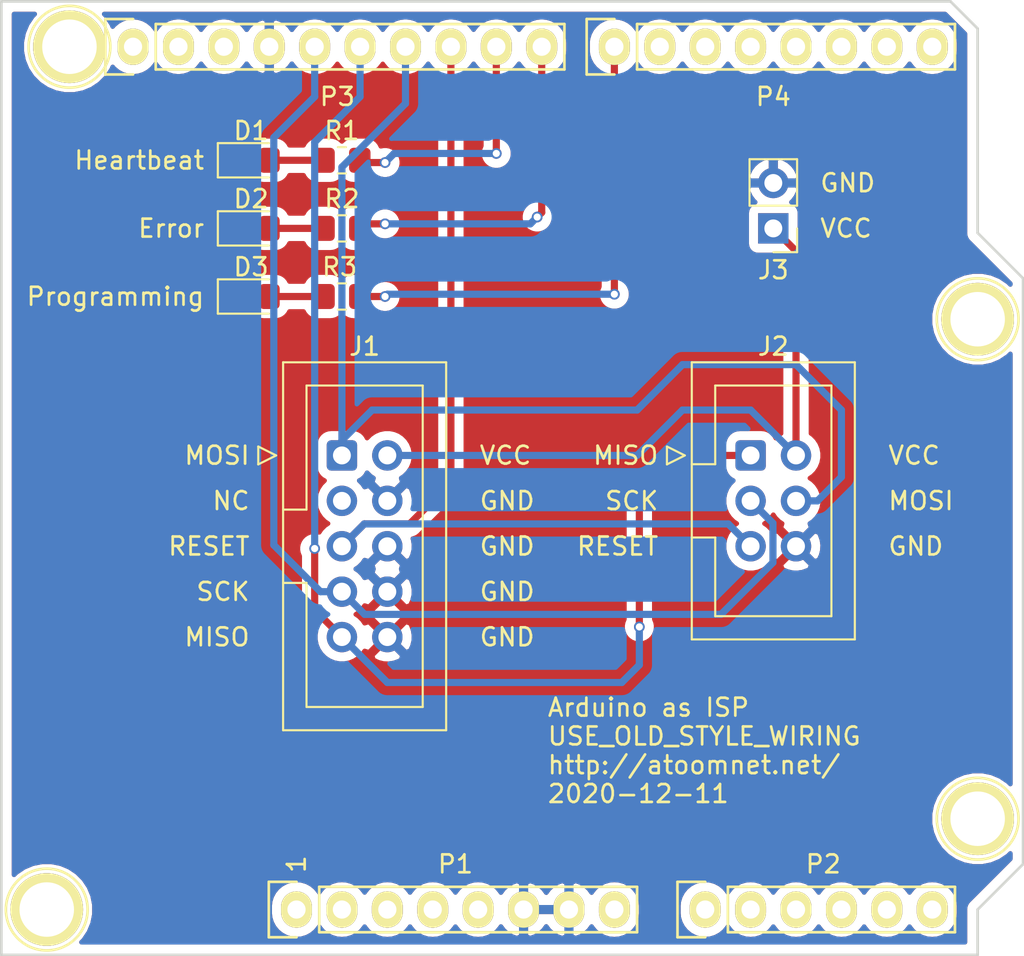
<source format=kicad_pcb>
(kicad_pcb (version 20171130) (host pcbnew "(5.1.9)-1")

  (general
    (thickness 1.6)
    (drawings 32)
    (tracks 73)
    (zones 0)
    (modules 17)
    (nets 40)
  )

  (page A4)
  (title_block
    (date "lun. 30 mars 2015")
  )

  (layers
    (0 F.Cu signal)
    (31 B.Cu signal)
    (32 B.Adhes user)
    (33 F.Adhes user)
    (34 B.Paste user)
    (35 F.Paste user)
    (36 B.SilkS user)
    (37 F.SilkS user)
    (38 B.Mask user)
    (39 F.Mask user)
    (40 Dwgs.User user)
    (41 Cmts.User user)
    (42 Eco1.User user)
    (43 Eco2.User user)
    (44 Edge.Cuts user)
    (45 Margin user)
    (46 B.CrtYd user)
    (47 F.CrtYd user)
    (48 B.Fab user hide)
    (49 F.Fab user hide)
  )

  (setup
    (last_trace_width 0.25)
    (user_trace_width 0.4)
    (trace_clearance 0.2)
    (zone_clearance 0.508)
    (zone_45_only no)
    (trace_min 0.2)
    (via_size 0.6)
    (via_drill 0.4)
    (via_min_size 0.4)
    (via_min_drill 0.3)
    (uvia_size 0.3)
    (uvia_drill 0.1)
    (uvias_allowed no)
    (uvia_min_size 0.2)
    (uvia_min_drill 0.1)
    (edge_width 0.15)
    (segment_width 0.15)
    (pcb_text_width 0.3)
    (pcb_text_size 1.5 1.5)
    (mod_edge_width 0.15)
    (mod_text_size 1 1)
    (mod_text_width 0.15)
    (pad_size 4.064 4.064)
    (pad_drill 3.048)
    (pad_to_mask_clearance 0)
    (aux_axis_origin 110.998 126.365)
    (grid_origin 110.998 126.365)
    (visible_elements 7FFFFFFF)
    (pcbplotparams
      (layerselection 0x010f0_ffffffff)
      (usegerberextensions false)
      (usegerberattributes false)
      (usegerberadvancedattributes false)
      (creategerberjobfile false)
      (excludeedgelayer true)
      (linewidth 0.100000)
      (plotframeref false)
      (viasonmask false)
      (mode 1)
      (useauxorigin false)
      (hpglpennumber 1)
      (hpglpenspeed 20)
      (hpglpendiameter 15.000000)
      (psnegative false)
      (psa4output false)
      (plotreference true)
      (plotvalue false)
      (plotinvisibletext false)
      (padsonsilk true)
      (subtractmaskfromsilk false)
      (outputformat 1)
      (mirror false)
      (drillshape 0)
      (scaleselection 1)
      (outputdirectory "gerber"))
  )

  (net 0 "")
  (net 1 /IOREF)
  (net 2 /Reset)
  (net 3 +5V)
  (net 4 GND)
  (net 5 /Vin)
  (net 6 /A0)
  (net 7 /A1)
  (net 8 /A2)
  (net 9 /A3)
  (net 10 /AREF)
  (net 11 /4)
  (net 12 /2)
  (net 13 "/1(Tx)")
  (net 14 "/0(Rx)")
  (net 15 "Net-(P5-Pad1)")
  (net 16 "Net-(P6-Pad1)")
  (net 17 "Net-(P7-Pad1)")
  (net 18 "Net-(P8-Pad1)")
  (net 19 "/13(SCK)")
  (net 20 "Net-(P1-Pad1)")
  (net 21 +3V3)
  (net 22 "/12(MISO)")
  (net 23 "/10(RESET)")
  (net 24 "Net-(J1-Pad3)")
  (net 25 "/11(MOSI)")
  (net 26 /A4)
  (net 27 /A5)
  (net 28 /SCL)
  (net 29 /SDA)
  (net 30 "/9(LED_HB)")
  (net 31 "/8(LED_ERR)")
  (net 32 "/7(LED_PMODE)")
  (net 33 /6)
  (net 34 /5)
  (net 35 /3)
  (net 36 "Net-(D1-Pad2)")
  (net 37 "Net-(D2-Pad2)")
  (net 38 "Net-(D3-Pad2)")
  (net 39 /VTARGET)

  (net_class Default "This is the default net class."
    (clearance 0.2)
    (trace_width 0.25)
    (via_dia 0.6)
    (via_drill 0.4)
    (uvia_dia 0.3)
    (uvia_drill 0.1)
    (add_net +3V3)
    (add_net +5V)
    (add_net "/0(Rx)")
    (add_net "/1(Tx)")
    (add_net "/10(RESET)")
    (add_net "/11(MOSI)")
    (add_net "/12(MISO)")
    (add_net "/13(SCK)")
    (add_net /2)
    (add_net /3)
    (add_net /4)
    (add_net /5)
    (add_net /6)
    (add_net "/7(LED_PMODE)")
    (add_net "/8(LED_ERR)")
    (add_net "/9(LED_HB)")
    (add_net /A0)
    (add_net /A1)
    (add_net /A2)
    (add_net /A3)
    (add_net /A4)
    (add_net /A5)
    (add_net /AREF)
    (add_net /IOREF)
    (add_net /Reset)
    (add_net /SCL)
    (add_net /SDA)
    (add_net /VTARGET)
    (add_net /Vin)
    (add_net GND)
    (add_net "Net-(D1-Pad2)")
    (add_net "Net-(D2-Pad2)")
    (add_net "Net-(D3-Pad2)")
    (add_net "Net-(J1-Pad3)")
    (add_net "Net-(P1-Pad1)")
    (add_net "Net-(P5-Pad1)")
    (add_net "Net-(P6-Pad1)")
    (add_net "Net-(P7-Pad1)")
    (add_net "Net-(P8-Pad1)")
  )

  (module Connector_PinHeader_2.54mm:PinHeader_1x02_P2.54mm_Vertical (layer F.Cu) (tedit 59FED5CC) (tstamp 5FD42E33)
    (at 154.178 85.725 180)
    (descr "Through hole straight pin header, 1x02, 2.54mm pitch, single row")
    (tags "Through hole pin header THT 1x02 2.54mm single row")
    (path /5FD97088)
    (fp_text reference J3 (at 0 -2.33) (layer F.SilkS)
      (effects (font (size 1 1) (thickness 0.15)))
    )
    (fp_text value Conn_01x02_Male (at 0 4.87) (layer F.Fab)
      (effects (font (size 1 1) (thickness 0.15)))
    )
    (fp_line (start 1.8 -1.8) (end -1.8 -1.8) (layer F.CrtYd) (width 0.05))
    (fp_line (start 1.8 4.35) (end 1.8 -1.8) (layer F.CrtYd) (width 0.05))
    (fp_line (start -1.8 4.35) (end 1.8 4.35) (layer F.CrtYd) (width 0.05))
    (fp_line (start -1.8 -1.8) (end -1.8 4.35) (layer F.CrtYd) (width 0.05))
    (fp_line (start -1.33 -1.33) (end 0 -1.33) (layer F.SilkS) (width 0.12))
    (fp_line (start -1.33 0) (end -1.33 -1.33) (layer F.SilkS) (width 0.12))
    (fp_line (start -1.33 1.27) (end 1.33 1.27) (layer F.SilkS) (width 0.12))
    (fp_line (start 1.33 1.27) (end 1.33 3.87) (layer F.SilkS) (width 0.12))
    (fp_line (start -1.33 1.27) (end -1.33 3.87) (layer F.SilkS) (width 0.12))
    (fp_line (start -1.33 3.87) (end 1.33 3.87) (layer F.SilkS) (width 0.12))
    (fp_line (start -1.27 -0.635) (end -0.635 -1.27) (layer F.Fab) (width 0.1))
    (fp_line (start -1.27 3.81) (end -1.27 -0.635) (layer F.Fab) (width 0.1))
    (fp_line (start 1.27 3.81) (end -1.27 3.81) (layer F.Fab) (width 0.1))
    (fp_line (start 1.27 -1.27) (end 1.27 3.81) (layer F.Fab) (width 0.1))
    (fp_line (start -0.635 -1.27) (end 1.27 -1.27) (layer F.Fab) (width 0.1))
    (fp_text user %R (at 0 1.27 90) (layer F.Fab)
      (effects (font (size 1 1) (thickness 0.15)))
    )
    (pad 2 thru_hole oval (at 0 2.54 180) (size 1.7 1.7) (drill 1) (layers *.Cu *.Mask)
      (net 4 GND))
    (pad 1 thru_hole rect (at 0 0 180) (size 1.7 1.7) (drill 1) (layers *.Cu *.Mask)
      (net 39 /VTARGET))
    (model ${KISYS3DMOD}/Connector_PinHeader_2.54mm.3dshapes/PinHeader_1x02_P2.54mm_Vertical.wrl
      (at (xyz 0 0 0))
      (scale (xyz 1 1 1))
      (rotate (xyz 0 0 0))
    )
  )

  (module Resistor_SMD:R_0805_2012Metric_Pad1.20x1.40mm_HandSolder (layer F.Cu) (tedit 5F68FEEE) (tstamp 5FD41D0C)
    (at 130.048 89.535 180)
    (descr "Resistor SMD 0805 (2012 Metric), square (rectangular) end terminal, IPC_7351 nominal with elongated pad for handsoldering. (Body size source: IPC-SM-782 page 72, https://www.pcb-3d.com/wordpress/wp-content/uploads/ipc-sm-782a_amendment_1_and_2.pdf), generated with kicad-footprint-generator")
    (tags "resistor handsolder")
    (path /5FD5721F)
    (attr smd)
    (fp_text reference R3 (at 0.127 1.651) (layer F.SilkS)
      (effects (font (size 1 1) (thickness 0.15)))
    )
    (fp_text value 2k2 (at 0 1.65) (layer F.Fab)
      (effects (font (size 1 1) (thickness 0.15)))
    )
    (fp_line (start 1.85 0.95) (end -1.85 0.95) (layer F.CrtYd) (width 0.05))
    (fp_line (start 1.85 -0.95) (end 1.85 0.95) (layer F.CrtYd) (width 0.05))
    (fp_line (start -1.85 -0.95) (end 1.85 -0.95) (layer F.CrtYd) (width 0.05))
    (fp_line (start -1.85 0.95) (end -1.85 -0.95) (layer F.CrtYd) (width 0.05))
    (fp_line (start -0.227064 0.735) (end 0.227064 0.735) (layer F.SilkS) (width 0.12))
    (fp_line (start -0.227064 -0.735) (end 0.227064 -0.735) (layer F.SilkS) (width 0.12))
    (fp_line (start 1 0.625) (end -1 0.625) (layer F.Fab) (width 0.1))
    (fp_line (start 1 -0.625) (end 1 0.625) (layer F.Fab) (width 0.1))
    (fp_line (start -1 -0.625) (end 1 -0.625) (layer F.Fab) (width 0.1))
    (fp_line (start -1 0.625) (end -1 -0.625) (layer F.Fab) (width 0.1))
    (fp_text user %R (at 0 0) (layer F.Fab)
      (effects (font (size 0.5 0.5) (thickness 0.08)))
    )
    (pad 2 smd roundrect (at 1 0 180) (size 1.2 1.4) (layers F.Cu F.Paste F.Mask) (roundrect_rratio 0.2083325)
      (net 38 "Net-(D3-Pad2)"))
    (pad 1 smd roundrect (at -1 0 180) (size 1.2 1.4) (layers F.Cu F.Paste F.Mask) (roundrect_rratio 0.2083325)
      (net 32 "/7(LED_PMODE)"))
    (model ${KISYS3DMOD}/Resistor_SMD.3dshapes/R_0805_2012Metric.wrl
      (at (xyz 0 0 0))
      (scale (xyz 1 1 1))
      (rotate (xyz 0 0 0))
    )
  )

  (module Resistor_SMD:R_0805_2012Metric_Pad1.20x1.40mm_HandSolder (layer F.Cu) (tedit 5F68FEEE) (tstamp 5FD41C3D)
    (at 130.048 85.725 180)
    (descr "Resistor SMD 0805 (2012 Metric), square (rectangular) end terminal, IPC_7351 nominal with elongated pad for handsoldering. (Body size source: IPC-SM-782 page 72, https://www.pcb-3d.com/wordpress/wp-content/uploads/ipc-sm-782a_amendment_1_and_2.pdf), generated with kicad-footprint-generator")
    (tags "resistor handsolder")
    (path /5FD558BB)
    (attr smd)
    (fp_text reference R2 (at 0 1.651) (layer F.SilkS)
      (effects (font (size 1 1) (thickness 0.15)))
    )
    (fp_text value 2k2 (at 0 1.65) (layer F.Fab)
      (effects (font (size 1 1) (thickness 0.15)))
    )
    (fp_line (start 1.85 0.95) (end -1.85 0.95) (layer F.CrtYd) (width 0.05))
    (fp_line (start 1.85 -0.95) (end 1.85 0.95) (layer F.CrtYd) (width 0.05))
    (fp_line (start -1.85 -0.95) (end 1.85 -0.95) (layer F.CrtYd) (width 0.05))
    (fp_line (start -1.85 0.95) (end -1.85 -0.95) (layer F.CrtYd) (width 0.05))
    (fp_line (start -0.227064 0.735) (end 0.227064 0.735) (layer F.SilkS) (width 0.12))
    (fp_line (start -0.227064 -0.735) (end 0.227064 -0.735) (layer F.SilkS) (width 0.12))
    (fp_line (start 1 0.625) (end -1 0.625) (layer F.Fab) (width 0.1))
    (fp_line (start 1 -0.625) (end 1 0.625) (layer F.Fab) (width 0.1))
    (fp_line (start -1 -0.625) (end 1 -0.625) (layer F.Fab) (width 0.1))
    (fp_line (start -1 0.625) (end -1 -0.625) (layer F.Fab) (width 0.1))
    (fp_text user %R (at 0 0) (layer F.Fab)
      (effects (font (size 0.5 0.5) (thickness 0.08)))
    )
    (pad 2 smd roundrect (at 1 0 180) (size 1.2 1.4) (layers F.Cu F.Paste F.Mask) (roundrect_rratio 0.2083325)
      (net 37 "Net-(D2-Pad2)"))
    (pad 1 smd roundrect (at -1 0 180) (size 1.2 1.4) (layers F.Cu F.Paste F.Mask) (roundrect_rratio 0.2083325)
      (net 31 "/8(LED_ERR)"))
    (model ${KISYS3DMOD}/Resistor_SMD.3dshapes/R_0805_2012Metric.wrl
      (at (xyz 0 0 0))
      (scale (xyz 1 1 1))
      (rotate (xyz 0 0 0))
    )
  )

  (module Resistor_SMD:R_0805_2012Metric_Pad1.20x1.40mm_HandSolder (layer F.Cu) (tedit 5F68FEEE) (tstamp 5FD41C6D)
    (at 130.048 81.915 180)
    (descr "Resistor SMD 0805 (2012 Metric), square (rectangular) end terminal, IPC_7351 nominal with elongated pad for handsoldering. (Body size source: IPC-SM-782 page 72, https://www.pcb-3d.com/wordpress/wp-content/uploads/ipc-sm-782a_amendment_1_and_2.pdf), generated with kicad-footprint-generator")
    (tags "resistor handsolder")
    (path /5FD50F39)
    (attr smd)
    (fp_text reference R1 (at 0 1.651) (layer F.SilkS)
      (effects (font (size 1 1) (thickness 0.15)))
    )
    (fp_text value 2k2 (at 0 1.65) (layer F.Fab)
      (effects (font (size 1 1) (thickness 0.15)))
    )
    (fp_line (start 1.85 0.95) (end -1.85 0.95) (layer F.CrtYd) (width 0.05))
    (fp_line (start 1.85 -0.95) (end 1.85 0.95) (layer F.CrtYd) (width 0.05))
    (fp_line (start -1.85 -0.95) (end 1.85 -0.95) (layer F.CrtYd) (width 0.05))
    (fp_line (start -1.85 0.95) (end -1.85 -0.95) (layer F.CrtYd) (width 0.05))
    (fp_line (start -0.227064 0.735) (end 0.227064 0.735) (layer F.SilkS) (width 0.12))
    (fp_line (start -0.227064 -0.735) (end 0.227064 -0.735) (layer F.SilkS) (width 0.12))
    (fp_line (start 1 0.625) (end -1 0.625) (layer F.Fab) (width 0.1))
    (fp_line (start 1 -0.625) (end 1 0.625) (layer F.Fab) (width 0.1))
    (fp_line (start -1 -0.625) (end 1 -0.625) (layer F.Fab) (width 0.1))
    (fp_line (start -1 0.625) (end -1 -0.625) (layer F.Fab) (width 0.1))
    (fp_text user %R (at 0 0) (layer F.Fab)
      (effects (font (size 0.5 0.5) (thickness 0.08)))
    )
    (pad 2 smd roundrect (at 1 0 180) (size 1.2 1.4) (layers F.Cu F.Paste F.Mask) (roundrect_rratio 0.2083325)
      (net 36 "Net-(D1-Pad2)"))
    (pad 1 smd roundrect (at -1 0 180) (size 1.2 1.4) (layers F.Cu F.Paste F.Mask) (roundrect_rratio 0.2083325)
      (net 30 "/9(LED_HB)"))
    (model ${KISYS3DMOD}/Resistor_SMD.3dshapes/R_0805_2012Metric.wrl
      (at (xyz 0 0 0))
      (scale (xyz 1 1 1))
      (rotate (xyz 0 0 0))
    )
  )

  (module LED_SMD:LED_0805_2012Metric_Pad1.15x1.40mm_HandSolder (layer F.Cu) (tedit 5F68FEF1) (tstamp 5FD41C9F)
    (at 124.968 89.535)
    (descr "LED SMD 0805 (2012 Metric), square (rectangular) end terminal, IPC_7351 nominal, (Body size source: https://docs.google.com/spreadsheets/d/1BsfQQcO9C6DZCsRaXUlFlo91Tg2WpOkGARC1WS5S8t0/edit?usp=sharing), generated with kicad-footprint-generator")
    (tags "LED handsolder")
    (path /5FD5742F)
    (attr smd)
    (fp_text reference D3 (at 0 -1.65) (layer F.SilkS)
      (effects (font (size 1 1) (thickness 0.15)))
    )
    (fp_text value RED (at 0 1.65) (layer F.Fab)
      (effects (font (size 1 1) (thickness 0.15)))
    )
    (fp_line (start 1.85 0.95) (end -1.85 0.95) (layer F.CrtYd) (width 0.05))
    (fp_line (start 1.85 -0.95) (end 1.85 0.95) (layer F.CrtYd) (width 0.05))
    (fp_line (start -1.85 -0.95) (end 1.85 -0.95) (layer F.CrtYd) (width 0.05))
    (fp_line (start -1.85 0.95) (end -1.85 -0.95) (layer F.CrtYd) (width 0.05))
    (fp_line (start -1.86 0.96) (end 1 0.96) (layer F.SilkS) (width 0.12))
    (fp_line (start -1.86 -0.96) (end -1.86 0.96) (layer F.SilkS) (width 0.12))
    (fp_line (start 1 -0.96) (end -1.86 -0.96) (layer F.SilkS) (width 0.12))
    (fp_line (start 1 0.6) (end 1 -0.6) (layer F.Fab) (width 0.1))
    (fp_line (start -1 0.6) (end 1 0.6) (layer F.Fab) (width 0.1))
    (fp_line (start -1 -0.3) (end -1 0.6) (layer F.Fab) (width 0.1))
    (fp_line (start -0.7 -0.6) (end -1 -0.3) (layer F.Fab) (width 0.1))
    (fp_line (start 1 -0.6) (end -0.7 -0.6) (layer F.Fab) (width 0.1))
    (fp_text user %R (at 0 0) (layer F.Fab)
      (effects (font (size 0.5 0.5) (thickness 0.08)))
    )
    (pad 2 smd roundrect (at 1.025 0) (size 1.15 1.4) (layers F.Cu F.Paste F.Mask) (roundrect_rratio 0.2173904347826087)
      (net 38 "Net-(D3-Pad2)"))
    (pad 1 smd roundrect (at -1.025 0) (size 1.15 1.4) (layers F.Cu F.Paste F.Mask) (roundrect_rratio 0.2173904347826087)
      (net 4 GND))
    (model ${KISYS3DMOD}/LED_SMD.3dshapes/LED_0805_2012Metric.wrl
      (at (xyz 0 0 0))
      (scale (xyz 1 1 1))
      (rotate (xyz 0 0 0))
    )
  )

  (module LED_SMD:LED_0805_2012Metric_Pad1.15x1.40mm_HandSolder (layer F.Cu) (tedit 5F68FEF1) (tstamp 5FD41CD5)
    (at 124.968 85.725)
    (descr "LED SMD 0805 (2012 Metric), square (rectangular) end terminal, IPC_7351 nominal, (Body size source: https://docs.google.com/spreadsheets/d/1BsfQQcO9C6DZCsRaXUlFlo91Tg2WpOkGARC1WS5S8t0/edit?usp=sharing), generated with kicad-footprint-generator")
    (tags "LED handsolder")
    (path /5FD55A97)
    (attr smd)
    (fp_text reference D2 (at 0 -1.65) (layer F.SilkS)
      (effects (font (size 1 1) (thickness 0.15)))
    )
    (fp_text value RED (at 0 1.65) (layer F.Fab)
      (effects (font (size 1 1) (thickness 0.15)))
    )
    (fp_line (start 1.85 0.95) (end -1.85 0.95) (layer F.CrtYd) (width 0.05))
    (fp_line (start 1.85 -0.95) (end 1.85 0.95) (layer F.CrtYd) (width 0.05))
    (fp_line (start -1.85 -0.95) (end 1.85 -0.95) (layer F.CrtYd) (width 0.05))
    (fp_line (start -1.85 0.95) (end -1.85 -0.95) (layer F.CrtYd) (width 0.05))
    (fp_line (start -1.86 0.96) (end 1 0.96) (layer F.SilkS) (width 0.12))
    (fp_line (start -1.86 -0.96) (end -1.86 0.96) (layer F.SilkS) (width 0.12))
    (fp_line (start 1 -0.96) (end -1.86 -0.96) (layer F.SilkS) (width 0.12))
    (fp_line (start 1 0.6) (end 1 -0.6) (layer F.Fab) (width 0.1))
    (fp_line (start -1 0.6) (end 1 0.6) (layer F.Fab) (width 0.1))
    (fp_line (start -1 -0.3) (end -1 0.6) (layer F.Fab) (width 0.1))
    (fp_line (start -0.7 -0.6) (end -1 -0.3) (layer F.Fab) (width 0.1))
    (fp_line (start 1 -0.6) (end -0.7 -0.6) (layer F.Fab) (width 0.1))
    (fp_text user %R (at 0 0) (layer F.Fab)
      (effects (font (size 0.5 0.5) (thickness 0.08)))
    )
    (pad 2 smd roundrect (at 1.025 0) (size 1.15 1.4) (layers F.Cu F.Paste F.Mask) (roundrect_rratio 0.2173904347826087)
      (net 37 "Net-(D2-Pad2)"))
    (pad 1 smd roundrect (at -1.025 0) (size 1.15 1.4) (layers F.Cu F.Paste F.Mask) (roundrect_rratio 0.2173904347826087)
      (net 4 GND))
    (model ${KISYS3DMOD}/LED_SMD.3dshapes/LED_0805_2012Metric.wrl
      (at (xyz 0 0 0))
      (scale (xyz 1 1 1))
      (rotate (xyz 0 0 0))
    )
  )

  (module LED_SMD:LED_0805_2012Metric_Pad1.15x1.40mm_HandSolder (layer F.Cu) (tedit 5F68FEF1) (tstamp 5FD41C09)
    (at 124.968 81.915)
    (descr "LED SMD 0805 (2012 Metric), square (rectangular) end terminal, IPC_7351 nominal, (Body size source: https://docs.google.com/spreadsheets/d/1BsfQQcO9C6DZCsRaXUlFlo91Tg2WpOkGARC1WS5S8t0/edit?usp=sharing), generated with kicad-footprint-generator")
    (tags "LED handsolder")
    (path /5FD51475)
    (attr smd)
    (fp_text reference D1 (at 0 -1.65) (layer F.SilkS)
      (effects (font (size 1 1) (thickness 0.15)))
    )
    (fp_text value RED (at 0 1.65) (layer F.Fab)
      (effects (font (size 1 1) (thickness 0.15)))
    )
    (fp_line (start 1.85 0.95) (end -1.85 0.95) (layer F.CrtYd) (width 0.05))
    (fp_line (start 1.85 -0.95) (end 1.85 0.95) (layer F.CrtYd) (width 0.05))
    (fp_line (start -1.85 -0.95) (end 1.85 -0.95) (layer F.CrtYd) (width 0.05))
    (fp_line (start -1.85 0.95) (end -1.85 -0.95) (layer F.CrtYd) (width 0.05))
    (fp_line (start -1.86 0.96) (end 1 0.96) (layer F.SilkS) (width 0.12))
    (fp_line (start -1.86 -0.96) (end -1.86 0.96) (layer F.SilkS) (width 0.12))
    (fp_line (start 1 -0.96) (end -1.86 -0.96) (layer F.SilkS) (width 0.12))
    (fp_line (start 1 0.6) (end 1 -0.6) (layer F.Fab) (width 0.1))
    (fp_line (start -1 0.6) (end 1 0.6) (layer F.Fab) (width 0.1))
    (fp_line (start -1 -0.3) (end -1 0.6) (layer F.Fab) (width 0.1))
    (fp_line (start -0.7 -0.6) (end -1 -0.3) (layer F.Fab) (width 0.1))
    (fp_line (start 1 -0.6) (end -0.7 -0.6) (layer F.Fab) (width 0.1))
    (fp_text user %R (at 0 0) (layer F.Fab)
      (effects (font (size 0.5 0.5) (thickness 0.08)))
    )
    (pad 2 smd roundrect (at 1.025 0) (size 1.15 1.4) (layers F.Cu F.Paste F.Mask) (roundrect_rratio 0.2173904347826087)
      (net 36 "Net-(D1-Pad2)"))
    (pad 1 smd roundrect (at -1.025 0) (size 1.15 1.4) (layers F.Cu F.Paste F.Mask) (roundrect_rratio 0.2173904347826087)
      (net 4 GND))
    (model ${KISYS3DMOD}/LED_SMD.3dshapes/LED_0805_2012Metric.wrl
      (at (xyz 0 0 0))
      (scale (xyz 1 1 1))
      (rotate (xyz 0 0 0))
    )
  )

  (module Connector_IDC:IDC-Header_2x03_P2.54mm_Vertical (layer F.Cu) (tedit 5EAC9A07) (tstamp 5FD409F4)
    (at 152.908 98.425)
    (descr "Through hole IDC box header, 2x03, 2.54mm pitch, DIN 41651 / IEC 60603-13, double rows, https://docs.google.com/spreadsheets/d/16SsEcesNF15N3Lb4niX7dcUr-NY5_MFPQhobNuNppn4/edit#gid=0")
    (tags "Through hole vertical IDC box header THT 2x03 2.54mm double row")
    (path /5FD42FD9)
    (fp_text reference J2 (at 1.27 -6.1) (layer F.SilkS)
      (effects (font (size 1 1) (thickness 0.15)))
    )
    (fp_text value AVR-ISP-6 (at 1.27 11.18) (layer F.Fab)
      (effects (font (size 1 1) (thickness 0.15)))
    )
    (fp_line (start 6.22 -5.6) (end -3.68 -5.6) (layer F.CrtYd) (width 0.05))
    (fp_line (start 6.22 10.69) (end 6.22 -5.6) (layer F.CrtYd) (width 0.05))
    (fp_line (start -3.68 10.69) (end 6.22 10.69) (layer F.CrtYd) (width 0.05))
    (fp_line (start -3.68 -5.6) (end -3.68 10.69) (layer F.CrtYd) (width 0.05))
    (fp_line (start -4.68 0.5) (end -3.68 0) (layer F.SilkS) (width 0.12))
    (fp_line (start -4.68 -0.5) (end -4.68 0.5) (layer F.SilkS) (width 0.12))
    (fp_line (start -3.68 0) (end -4.68 -0.5) (layer F.SilkS) (width 0.12))
    (fp_line (start -1.98 4.59) (end -3.29 4.59) (layer F.SilkS) (width 0.12))
    (fp_line (start -1.98 4.59) (end -1.98 4.59) (layer F.SilkS) (width 0.12))
    (fp_line (start -1.98 8.99) (end -1.98 4.59) (layer F.SilkS) (width 0.12))
    (fp_line (start 4.52 8.99) (end -1.98 8.99) (layer F.SilkS) (width 0.12))
    (fp_line (start 4.52 -3.91) (end 4.52 8.99) (layer F.SilkS) (width 0.12))
    (fp_line (start -1.98 -3.91) (end 4.52 -3.91) (layer F.SilkS) (width 0.12))
    (fp_line (start -1.98 0.49) (end -1.98 -3.91) (layer F.SilkS) (width 0.12))
    (fp_line (start -3.29 0.49) (end -1.98 0.49) (layer F.SilkS) (width 0.12))
    (fp_line (start -3.29 10.29) (end -3.29 -5.21) (layer F.SilkS) (width 0.12))
    (fp_line (start 5.83 10.29) (end -3.29 10.29) (layer F.SilkS) (width 0.12))
    (fp_line (start 5.83 -5.21) (end 5.83 10.29) (layer F.SilkS) (width 0.12))
    (fp_line (start -3.29 -5.21) (end 5.83 -5.21) (layer F.SilkS) (width 0.12))
    (fp_line (start -1.98 4.59) (end -3.18 4.59) (layer F.Fab) (width 0.1))
    (fp_line (start -1.98 4.59) (end -1.98 4.59) (layer F.Fab) (width 0.1))
    (fp_line (start -1.98 8.99) (end -1.98 4.59) (layer F.Fab) (width 0.1))
    (fp_line (start 4.52 8.99) (end -1.98 8.99) (layer F.Fab) (width 0.1))
    (fp_line (start 4.52 -3.91) (end 4.52 8.99) (layer F.Fab) (width 0.1))
    (fp_line (start -1.98 -3.91) (end 4.52 -3.91) (layer F.Fab) (width 0.1))
    (fp_line (start -1.98 0.49) (end -1.98 -3.91) (layer F.Fab) (width 0.1))
    (fp_line (start -3.18 0.49) (end -1.98 0.49) (layer F.Fab) (width 0.1))
    (fp_line (start -3.18 10.18) (end -3.18 -4.1) (layer F.Fab) (width 0.1))
    (fp_line (start 5.72 10.18) (end -3.18 10.18) (layer F.Fab) (width 0.1))
    (fp_line (start 5.72 -5.1) (end 5.72 10.18) (layer F.Fab) (width 0.1))
    (fp_line (start -2.18 -5.1) (end 5.72 -5.1) (layer F.Fab) (width 0.1))
    (fp_line (start -3.18 -4.1) (end -2.18 -5.1) (layer F.Fab) (width 0.1))
    (fp_text user %R (at 1.27 2.54 90) (layer F.Fab)
      (effects (font (size 1 1) (thickness 0.15)))
    )
    (pad 6 thru_hole circle (at 2.54 5.08) (size 1.7 1.7) (drill 1) (layers *.Cu *.Mask)
      (net 4 GND))
    (pad 4 thru_hole circle (at 2.54 2.54) (size 1.7 1.7) (drill 1) (layers *.Cu *.Mask)
      (net 25 "/11(MOSI)"))
    (pad 2 thru_hole circle (at 2.54 0) (size 1.7 1.7) (drill 1) (layers *.Cu *.Mask)
      (net 39 /VTARGET))
    (pad 5 thru_hole circle (at 0 5.08) (size 1.7 1.7) (drill 1) (layers *.Cu *.Mask)
      (net 23 "/10(RESET)"))
    (pad 3 thru_hole circle (at 0 2.54) (size 1.7 1.7) (drill 1) (layers *.Cu *.Mask)
      (net 19 "/13(SCK)"))
    (pad 1 thru_hole roundrect (at 0 0) (size 1.7 1.7) (drill 1) (layers *.Cu *.Mask) (roundrect_rratio 0.1470588235294118)
      (net 22 "/12(MISO)"))
    (model ${KISYS3DMOD}/Connector_IDC.3dshapes/IDC-Header_2x03_P2.54mm_Vertical.wrl
      (at (xyz 0 0 0))
      (scale (xyz 1 1 1))
      (rotate (xyz 0 0 0))
    )
  )

  (module Connector_IDC:IDC-Header_2x05_P2.54mm_Vertical (layer F.Cu) (tedit 5EAC9A07) (tstamp 5FD40CC1)
    (at 130.048 98.425)
    (descr "Through hole IDC box header, 2x05, 2.54mm pitch, DIN 41651 / IEC 60603-13, double rows, https://docs.google.com/spreadsheets/d/16SsEcesNF15N3Lb4niX7dcUr-NY5_MFPQhobNuNppn4/edit#gid=0")
    (tags "Through hole vertical IDC box header THT 2x05 2.54mm double row")
    (path /5FD436B4)
    (fp_text reference J1 (at 1.27 -6.1) (layer F.SilkS)
      (effects (font (size 1 1) (thickness 0.15)))
    )
    (fp_text value AVR-ISP-10 (at 1.27 16.26) (layer F.Fab)
      (effects (font (size 1 1) (thickness 0.15)))
    )
    (fp_line (start 6.22 -5.6) (end -3.68 -5.6) (layer F.CrtYd) (width 0.05))
    (fp_line (start 6.22 15.76) (end 6.22 -5.6) (layer F.CrtYd) (width 0.05))
    (fp_line (start -3.68 15.76) (end 6.22 15.76) (layer F.CrtYd) (width 0.05))
    (fp_line (start -3.68 -5.6) (end -3.68 15.76) (layer F.CrtYd) (width 0.05))
    (fp_line (start -4.68 0.5) (end -3.68 0) (layer F.SilkS) (width 0.12))
    (fp_line (start -4.68 -0.5) (end -4.68 0.5) (layer F.SilkS) (width 0.12))
    (fp_line (start -3.68 0) (end -4.68 -0.5) (layer F.SilkS) (width 0.12))
    (fp_line (start -1.98 7.13) (end -3.29 7.13) (layer F.SilkS) (width 0.12))
    (fp_line (start -1.98 7.13) (end -1.98 7.13) (layer F.SilkS) (width 0.12))
    (fp_line (start -1.98 14.07) (end -1.98 7.13) (layer F.SilkS) (width 0.12))
    (fp_line (start 4.52 14.07) (end -1.98 14.07) (layer F.SilkS) (width 0.12))
    (fp_line (start 4.52 -3.91) (end 4.52 14.07) (layer F.SilkS) (width 0.12))
    (fp_line (start -1.98 -3.91) (end 4.52 -3.91) (layer F.SilkS) (width 0.12))
    (fp_line (start -1.98 3.03) (end -1.98 -3.91) (layer F.SilkS) (width 0.12))
    (fp_line (start -3.29 3.03) (end -1.98 3.03) (layer F.SilkS) (width 0.12))
    (fp_line (start -3.29 15.37) (end -3.29 -5.21) (layer F.SilkS) (width 0.12))
    (fp_line (start 5.83 15.37) (end -3.29 15.37) (layer F.SilkS) (width 0.12))
    (fp_line (start 5.83 -5.21) (end 5.83 15.37) (layer F.SilkS) (width 0.12))
    (fp_line (start -3.29 -5.21) (end 5.83 -5.21) (layer F.SilkS) (width 0.12))
    (fp_line (start -1.98 7.13) (end -3.18 7.13) (layer F.Fab) (width 0.1))
    (fp_line (start -1.98 7.13) (end -1.98 7.13) (layer F.Fab) (width 0.1))
    (fp_line (start -1.98 14.07) (end -1.98 7.13) (layer F.Fab) (width 0.1))
    (fp_line (start 4.52 14.07) (end -1.98 14.07) (layer F.Fab) (width 0.1))
    (fp_line (start 4.52 -3.91) (end 4.52 14.07) (layer F.Fab) (width 0.1))
    (fp_line (start -1.98 -3.91) (end 4.52 -3.91) (layer F.Fab) (width 0.1))
    (fp_line (start -1.98 3.03) (end -1.98 -3.91) (layer F.Fab) (width 0.1))
    (fp_line (start -3.18 3.03) (end -1.98 3.03) (layer F.Fab) (width 0.1))
    (fp_line (start -3.18 15.26) (end -3.18 -4.1) (layer F.Fab) (width 0.1))
    (fp_line (start 5.72 15.26) (end -3.18 15.26) (layer F.Fab) (width 0.1))
    (fp_line (start 5.72 -5.1) (end 5.72 15.26) (layer F.Fab) (width 0.1))
    (fp_line (start -2.18 -5.1) (end 5.72 -5.1) (layer F.Fab) (width 0.1))
    (fp_line (start -3.18 -4.1) (end -2.18 -5.1) (layer F.Fab) (width 0.1))
    (fp_text user %R (at 1.27 5.08 90) (layer F.Fab)
      (effects (font (size 1 1) (thickness 0.15)))
    )
    (pad 10 thru_hole circle (at 2.54 10.16) (size 1.7 1.7) (drill 1) (layers *.Cu *.Mask)
      (net 4 GND))
    (pad 8 thru_hole circle (at 2.54 7.62) (size 1.7 1.7) (drill 1) (layers *.Cu *.Mask)
      (net 4 GND))
    (pad 6 thru_hole circle (at 2.54 5.08) (size 1.7 1.7) (drill 1) (layers *.Cu *.Mask)
      (net 4 GND))
    (pad 4 thru_hole circle (at 2.54 2.54) (size 1.7 1.7) (drill 1) (layers *.Cu *.Mask)
      (net 4 GND))
    (pad 2 thru_hole circle (at 2.54 0) (size 1.7 1.7) (drill 1) (layers *.Cu *.Mask)
      (net 39 /VTARGET))
    (pad 9 thru_hole circle (at 0 10.16) (size 1.7 1.7) (drill 1) (layers *.Cu *.Mask)
      (net 22 "/12(MISO)"))
    (pad 7 thru_hole circle (at 0 7.62) (size 1.7 1.7) (drill 1) (layers *.Cu *.Mask)
      (net 19 "/13(SCK)"))
    (pad 5 thru_hole circle (at 0 5.08) (size 1.7 1.7) (drill 1) (layers *.Cu *.Mask)
      (net 23 "/10(RESET)"))
    (pad 3 thru_hole circle (at 0 2.54) (size 1.7 1.7) (drill 1) (layers *.Cu *.Mask)
      (net 24 "Net-(J1-Pad3)"))
    (pad 1 thru_hole roundrect (at 0 0) (size 1.7 1.7) (drill 1) (layers *.Cu *.Mask) (roundrect_rratio 0.1470588235294118)
      (net 25 "/11(MOSI)"))
    (model ${KISYS3DMOD}/Connector_IDC.3dshapes/IDC-Header_2x05_P2.54mm_Vertical.wrl
      (at (xyz 0 0 0))
      (scale (xyz 1 1 1))
      (rotate (xyz 0 0 0))
    )
  )

  (module Socket_Arduino_Uno:Socket_Strip_Arduino_1x08 locked (layer F.Cu) (tedit 552168D2) (tstamp 551AF9EA)
    (at 127.508 123.825)
    (descr "Through hole socket strip")
    (tags "socket strip")
    (path /56D70129)
    (fp_text reference P1 (at 8.89 -2.54) (layer F.SilkS)
      (effects (font (size 1 1) (thickness 0.15)))
    )
    (fp_text value Power (at 8.89 -4.064) (layer F.Fab)
      (effects (font (size 1 1) (thickness 0.15)))
    )
    (fp_line (start -1.75 -1.75) (end -1.75 1.75) (layer F.CrtYd) (width 0.05))
    (fp_line (start 19.55 -1.75) (end 19.55 1.75) (layer F.CrtYd) (width 0.05))
    (fp_line (start -1.75 -1.75) (end 19.55 -1.75) (layer F.CrtYd) (width 0.05))
    (fp_line (start -1.75 1.75) (end 19.55 1.75) (layer F.CrtYd) (width 0.05))
    (fp_line (start 1.27 1.27) (end 19.05 1.27) (layer F.SilkS) (width 0.15))
    (fp_line (start 19.05 1.27) (end 19.05 -1.27) (layer F.SilkS) (width 0.15))
    (fp_line (start 19.05 -1.27) (end 1.27 -1.27) (layer F.SilkS) (width 0.15))
    (fp_line (start -1.55 1.55) (end 0 1.55) (layer F.SilkS) (width 0.15))
    (fp_line (start 1.27 1.27) (end 1.27 -1.27) (layer F.SilkS) (width 0.15))
    (fp_line (start 0 -1.55) (end -1.55 -1.55) (layer F.SilkS) (width 0.15))
    (fp_line (start -1.55 -1.55) (end -1.55 1.55) (layer F.SilkS) (width 0.15))
    (pad 1 thru_hole oval (at 0 0) (size 1.7272 2.032) (drill 1.016) (layers *.Cu *.Mask F.SilkS)
      (net 20 "Net-(P1-Pad1)"))
    (pad 2 thru_hole oval (at 2.54 0) (size 1.7272 2.032) (drill 1.016) (layers *.Cu *.Mask F.SilkS)
      (net 1 /IOREF))
    (pad 3 thru_hole oval (at 5.08 0) (size 1.7272 2.032) (drill 1.016) (layers *.Cu *.Mask F.SilkS)
      (net 2 /Reset))
    (pad 4 thru_hole oval (at 7.62 0) (size 1.7272 2.032) (drill 1.016) (layers *.Cu *.Mask F.SilkS)
      (net 21 +3V3))
    (pad 5 thru_hole oval (at 10.16 0) (size 1.7272 2.032) (drill 1.016) (layers *.Cu *.Mask F.SilkS)
      (net 3 +5V))
    (pad 6 thru_hole oval (at 12.7 0) (size 1.7272 2.032) (drill 1.016) (layers *.Cu *.Mask F.SilkS)
      (net 4 GND))
    (pad 7 thru_hole oval (at 15.24 0) (size 1.7272 2.032) (drill 1.016) (layers *.Cu *.Mask F.SilkS)
      (net 4 GND))
    (pad 8 thru_hole oval (at 17.78 0) (size 1.7272 2.032) (drill 1.016) (layers *.Cu *.Mask F.SilkS)
      (net 5 /Vin))
    (model ${KIPRJMOD}/Socket_Arduino_Uno.3dshapes/Socket_header_Arduino_1x08.wrl
      (offset (xyz 8.889999866485596 0 0))
      (scale (xyz 1 1 1))
      (rotate (xyz 0 0 180))
    )
  )

  (module Socket_Arduino_Uno:Socket_Strip_Arduino_1x06 locked (layer F.Cu) (tedit 552168D6) (tstamp 551AF9FF)
    (at 150.368 123.825)
    (descr "Through hole socket strip")
    (tags "socket strip")
    (path /56D70DD8)
    (fp_text reference P2 (at 6.604 -2.54) (layer F.SilkS)
      (effects (font (size 1 1) (thickness 0.15)))
    )
    (fp_text value Analog (at 6.604 -4.064) (layer F.Fab)
      (effects (font (size 1 1) (thickness 0.15)))
    )
    (fp_line (start -1.75 -1.75) (end -1.75 1.75) (layer F.CrtYd) (width 0.05))
    (fp_line (start 14.45 -1.75) (end 14.45 1.75) (layer F.CrtYd) (width 0.05))
    (fp_line (start -1.75 -1.75) (end 14.45 -1.75) (layer F.CrtYd) (width 0.05))
    (fp_line (start -1.75 1.75) (end 14.45 1.75) (layer F.CrtYd) (width 0.05))
    (fp_line (start 1.27 1.27) (end 13.97 1.27) (layer F.SilkS) (width 0.15))
    (fp_line (start 13.97 1.27) (end 13.97 -1.27) (layer F.SilkS) (width 0.15))
    (fp_line (start 13.97 -1.27) (end 1.27 -1.27) (layer F.SilkS) (width 0.15))
    (fp_line (start -1.55 1.55) (end 0 1.55) (layer F.SilkS) (width 0.15))
    (fp_line (start 1.27 1.27) (end 1.27 -1.27) (layer F.SilkS) (width 0.15))
    (fp_line (start 0 -1.55) (end -1.55 -1.55) (layer F.SilkS) (width 0.15))
    (fp_line (start -1.55 -1.55) (end -1.55 1.55) (layer F.SilkS) (width 0.15))
    (pad 1 thru_hole oval (at 0 0) (size 1.7272 2.032) (drill 1.016) (layers *.Cu *.Mask F.SilkS)
      (net 6 /A0))
    (pad 2 thru_hole oval (at 2.54 0) (size 1.7272 2.032) (drill 1.016) (layers *.Cu *.Mask F.SilkS)
      (net 7 /A1))
    (pad 3 thru_hole oval (at 5.08 0) (size 1.7272 2.032) (drill 1.016) (layers *.Cu *.Mask F.SilkS)
      (net 8 /A2))
    (pad 4 thru_hole oval (at 7.62 0) (size 1.7272 2.032) (drill 1.016) (layers *.Cu *.Mask F.SilkS)
      (net 9 /A3))
    (pad 5 thru_hole oval (at 10.16 0) (size 1.7272 2.032) (drill 1.016) (layers *.Cu *.Mask F.SilkS)
      (net 26 /A4))
    (pad 6 thru_hole oval (at 12.7 0) (size 1.7272 2.032) (drill 1.016) (layers *.Cu *.Mask F.SilkS)
      (net 27 /A5))
    (model ${KIPRJMOD}/Socket_Arduino_Uno.3dshapes/Socket_header_Arduino_1x06.wrl
      (offset (xyz 6.349999904632568 0 0))
      (scale (xyz 1 1 1))
      (rotate (xyz 0 0 180))
    )
  )

  (module Socket_Arduino_Uno:Socket_Strip_Arduino_1x10 locked (layer F.Cu) (tedit 552168BF) (tstamp 551AFA18)
    (at 118.364 75.565)
    (descr "Through hole socket strip")
    (tags "socket strip")
    (path /56D721E0)
    (fp_text reference P3 (at 11.43 2.794) (layer F.SilkS)
      (effects (font (size 1 1) (thickness 0.15)))
    )
    (fp_text value Digital (at 11.43 4.318) (layer F.Fab)
      (effects (font (size 1 1) (thickness 0.15)))
    )
    (fp_line (start -1.75 -1.75) (end -1.75 1.75) (layer F.CrtYd) (width 0.05))
    (fp_line (start 24.65 -1.75) (end 24.65 1.75) (layer F.CrtYd) (width 0.05))
    (fp_line (start -1.75 -1.75) (end 24.65 -1.75) (layer F.CrtYd) (width 0.05))
    (fp_line (start -1.75 1.75) (end 24.65 1.75) (layer F.CrtYd) (width 0.05))
    (fp_line (start 1.27 1.27) (end 24.13 1.27) (layer F.SilkS) (width 0.15))
    (fp_line (start 24.13 1.27) (end 24.13 -1.27) (layer F.SilkS) (width 0.15))
    (fp_line (start 24.13 -1.27) (end 1.27 -1.27) (layer F.SilkS) (width 0.15))
    (fp_line (start -1.55 1.55) (end 0 1.55) (layer F.SilkS) (width 0.15))
    (fp_line (start 1.27 1.27) (end 1.27 -1.27) (layer F.SilkS) (width 0.15))
    (fp_line (start 0 -1.55) (end -1.55 -1.55) (layer F.SilkS) (width 0.15))
    (fp_line (start -1.55 -1.55) (end -1.55 1.55) (layer F.SilkS) (width 0.15))
    (pad 1 thru_hole oval (at 0 0) (size 1.7272 2.032) (drill 1.016) (layers *.Cu *.Mask F.SilkS)
      (net 28 /SCL))
    (pad 2 thru_hole oval (at 2.54 0) (size 1.7272 2.032) (drill 1.016) (layers *.Cu *.Mask F.SilkS)
      (net 29 /SDA))
    (pad 3 thru_hole oval (at 5.08 0) (size 1.7272 2.032) (drill 1.016) (layers *.Cu *.Mask F.SilkS)
      (net 10 /AREF))
    (pad 4 thru_hole oval (at 7.62 0) (size 1.7272 2.032) (drill 1.016) (layers *.Cu *.Mask F.SilkS)
      (net 4 GND))
    (pad 5 thru_hole oval (at 10.16 0) (size 1.7272 2.032) (drill 1.016) (layers *.Cu *.Mask F.SilkS)
      (net 19 "/13(SCK)"))
    (pad 6 thru_hole oval (at 12.7 0) (size 1.7272 2.032) (drill 1.016) (layers *.Cu *.Mask F.SilkS)
      (net 22 "/12(MISO)"))
    (pad 7 thru_hole oval (at 15.24 0) (size 1.7272 2.032) (drill 1.016) (layers *.Cu *.Mask F.SilkS)
      (net 25 "/11(MOSI)"))
    (pad 8 thru_hole oval (at 17.78 0) (size 1.7272 2.032) (drill 1.016) (layers *.Cu *.Mask F.SilkS)
      (net 23 "/10(RESET)"))
    (pad 9 thru_hole oval (at 20.32 0) (size 1.7272 2.032) (drill 1.016) (layers *.Cu *.Mask F.SilkS)
      (net 30 "/9(LED_HB)"))
    (pad 10 thru_hole oval (at 22.86 0) (size 1.7272 2.032) (drill 1.016) (layers *.Cu *.Mask F.SilkS)
      (net 31 "/8(LED_ERR)"))
    (model ${KIPRJMOD}/Socket_Arduino_Uno.3dshapes/Socket_header_Arduino_1x10.wrl
      (offset (xyz 11.42999982833862 0 0))
      (scale (xyz 1 1 1))
      (rotate (xyz 0 0 180))
    )
  )

  (module Socket_Arduino_Uno:Socket_Strip_Arduino_1x08 locked (layer F.Cu) (tedit 552168C7) (tstamp 551AFA2F)
    (at 145.288 75.565)
    (descr "Through hole socket strip")
    (tags "socket strip")
    (path /56D7164F)
    (fp_text reference P4 (at 8.89 2.794) (layer F.SilkS)
      (effects (font (size 1 1) (thickness 0.15)))
    )
    (fp_text value Digital (at 8.89 4.318) (layer F.Fab)
      (effects (font (size 1 1) (thickness 0.15)))
    )
    (fp_line (start -1.75 -1.75) (end -1.75 1.75) (layer F.CrtYd) (width 0.05))
    (fp_line (start 19.55 -1.75) (end 19.55 1.75) (layer F.CrtYd) (width 0.05))
    (fp_line (start -1.75 -1.75) (end 19.55 -1.75) (layer F.CrtYd) (width 0.05))
    (fp_line (start -1.75 1.75) (end 19.55 1.75) (layer F.CrtYd) (width 0.05))
    (fp_line (start 1.27 1.27) (end 19.05 1.27) (layer F.SilkS) (width 0.15))
    (fp_line (start 19.05 1.27) (end 19.05 -1.27) (layer F.SilkS) (width 0.15))
    (fp_line (start 19.05 -1.27) (end 1.27 -1.27) (layer F.SilkS) (width 0.15))
    (fp_line (start -1.55 1.55) (end 0 1.55) (layer F.SilkS) (width 0.15))
    (fp_line (start 1.27 1.27) (end 1.27 -1.27) (layer F.SilkS) (width 0.15))
    (fp_line (start 0 -1.55) (end -1.55 -1.55) (layer F.SilkS) (width 0.15))
    (fp_line (start -1.55 -1.55) (end -1.55 1.55) (layer F.SilkS) (width 0.15))
    (pad 1 thru_hole oval (at 0 0) (size 1.7272 2.032) (drill 1.016) (layers *.Cu *.Mask F.SilkS)
      (net 32 "/7(LED_PMODE)"))
    (pad 2 thru_hole oval (at 2.54 0) (size 1.7272 2.032) (drill 1.016) (layers *.Cu *.Mask F.SilkS)
      (net 33 /6))
    (pad 3 thru_hole oval (at 5.08 0) (size 1.7272 2.032) (drill 1.016) (layers *.Cu *.Mask F.SilkS)
      (net 34 /5))
    (pad 4 thru_hole oval (at 7.62 0) (size 1.7272 2.032) (drill 1.016) (layers *.Cu *.Mask F.SilkS)
      (net 11 /4))
    (pad 5 thru_hole oval (at 10.16 0) (size 1.7272 2.032) (drill 1.016) (layers *.Cu *.Mask F.SilkS)
      (net 35 /3))
    (pad 6 thru_hole oval (at 12.7 0) (size 1.7272 2.032) (drill 1.016) (layers *.Cu *.Mask F.SilkS)
      (net 12 /2))
    (pad 7 thru_hole oval (at 15.24 0) (size 1.7272 2.032) (drill 1.016) (layers *.Cu *.Mask F.SilkS)
      (net 13 "/1(Tx)"))
    (pad 8 thru_hole oval (at 17.78 0) (size 1.7272 2.032) (drill 1.016) (layers *.Cu *.Mask F.SilkS)
      (net 14 "/0(Rx)"))
    (model ${KIPRJMOD}/Socket_Arduino_Uno.3dshapes/Socket_header_Arduino_1x08.wrl
      (offset (xyz 8.889999866485596 0 0))
      (scale (xyz 1 1 1))
      (rotate (xyz 0 0 180))
    )
  )

  (module Socket_Arduino_Uno:Arduino_1pin locked (layer F.Cu) (tedit 5524FC39) (tstamp 5524FC3F)
    (at 113.538 123.825)
    (descr "module 1 pin (ou trou mecanique de percage)")
    (tags DEV)
    (path /56D71177)
    (fp_text reference P5 (at 0 -3.048) (layer F.SilkS) hide
      (effects (font (size 1 1) (thickness 0.15)))
    )
    (fp_text value CONN_01X01 (at 0 2.794) (layer F.Fab) hide
      (effects (font (size 1 1) (thickness 0.15)))
    )
    (fp_circle (center 0 0) (end 0 -2.286) (layer F.SilkS) (width 0.15))
    (pad 1 thru_hole circle (at 0 0) (size 4.064 4.064) (drill 3.048) (layers *.Cu *.Mask F.SilkS)
      (net 15 "Net-(P5-Pad1)"))
  )

  (module Socket_Arduino_Uno:Arduino_1pin locked (layer F.Cu) (tedit 5524FC4A) (tstamp 5524FC44)
    (at 165.608 118.745)
    (descr "module 1 pin (ou trou mecanique de percage)")
    (tags DEV)
    (path /56D71274)
    (fp_text reference P6 (at 0 -3.048) (layer F.SilkS) hide
      (effects (font (size 1 1) (thickness 0.15)))
    )
    (fp_text value CONN_01X01 (at 0 2.794) (layer F.Fab) hide
      (effects (font (size 1 1) (thickness 0.15)))
    )
    (fp_circle (center 0 0) (end 0 -2.286) (layer F.SilkS) (width 0.15))
    (pad 1 thru_hole circle (at 0 0) (size 4.064 4.064) (drill 3.048) (layers *.Cu *.Mask F.SilkS)
      (net 16 "Net-(P6-Pad1)"))
  )

  (module Socket_Arduino_Uno:Arduino_1pin locked (layer F.Cu) (tedit 5524FC2F) (tstamp 5524FC49)
    (at 114.808 75.565)
    (descr "module 1 pin (ou trou mecanique de percage)")
    (tags DEV)
    (path /56D712A8)
    (fp_text reference P7 (at 0 -3.048) (layer F.SilkS) hide
      (effects (font (size 1 1) (thickness 0.15)))
    )
    (fp_text value CONN_01X01 (at 0 2.794) (layer F.Fab) hide
      (effects (font (size 1 1) (thickness 0.15)))
    )
    (fp_circle (center 0 0) (end 0 -2.286) (layer F.SilkS) (width 0.15))
    (pad 1 thru_hole circle (at 0 0) (size 4.064 4.064) (drill 3.048) (layers *.Cu *.Mask F.SilkS)
      (net 17 "Net-(P7-Pad1)"))
  )

  (module Socket_Arduino_Uno:Arduino_1pin locked (layer F.Cu) (tedit 5524FC41) (tstamp 5524FC4E)
    (at 165.608 90.805)
    (descr "module 1 pin (ou trou mecanique de percage)")
    (tags DEV)
    (path /56D712DB)
    (fp_text reference P8 (at 0 -3.048) (layer F.SilkS) hide
      (effects (font (size 1 1) (thickness 0.15)))
    )
    (fp_text value CONN_01X01 (at 0 2.794) (layer F.Fab) hide
      (effects (font (size 1 1) (thickness 0.15)))
    )
    (fp_circle (center 0 0) (end 0 -2.286) (layer F.SilkS) (width 0.15))
    (pad 1 thru_hole circle (at 0 0) (size 4.064 4.064) (drill 3.048) (layers *.Cu *.Mask F.SilkS)
      (net 18 "Net-(P8-Pad1)"))
  )

  (gr_text VCC (at 137.668 98.425) (layer F.SilkS) (tstamp 5FD43083)
    (effects (font (size 1 1) (thickness 0.15)) (justify left))
  )
  (gr_text VCC (at 160.528 98.425) (layer F.SilkS) (tstamp 5FD43081)
    (effects (font (size 1 1) (thickness 0.15)) (justify left))
  )
  (gr_text VCC (at 156.718 85.725) (layer F.SilkS) (tstamp 5FD4307E)
    (effects (font (size 1 1) (thickness 0.15)) (justify left))
  )
  (gr_text GND (at 156.718 83.185) (layer F.SilkS) (tstamp 5FD4307C)
    (effects (font (size 1 1) (thickness 0.15)) (justify left))
  )
  (gr_text NC (at 124.968 100.965) (layer F.SilkS) (tstamp 5FD427FC)
    (effects (font (size 1 1) (thickness 0.15)) (justify right))
  )
  (gr_text "Arduino as ISP\nUSE_OLD_STYLE_WIRING\nhttp://atoomnet.net/\n2020-12-11" (at 141.478 114.935) (layer F.SilkS)
    (effects (font (size 1 1) (thickness 0.15)) (justify left))
  )
  (gr_text MISO (at 147.828 98.425) (layer F.SilkS) (tstamp 5FD41F65)
    (effects (font (size 1 1) (thickness 0.15)) (justify right))
  )
  (gr_text RESET (at 147.828 103.505) (layer F.SilkS) (tstamp 5FD41F62)
    (effects (font (size 1 1) (thickness 0.15)) (justify right))
  )
  (gr_text SCK (at 147.828 100.965) (layer F.SilkS) (tstamp 5FD41F5F)
    (effects (font (size 1 1) (thickness 0.15)) (justify right))
  )
  (gr_text GND (at 137.668 100.965) (layer F.SilkS) (tstamp 5FD41F25)
    (effects (font (size 1 1) (thickness 0.15)) (justify left))
  )
  (gr_text GND (at 137.668 103.505) (layer F.SilkS) (tstamp 5FD41F23)
    (effects (font (size 1 1) (thickness 0.15)) (justify left))
  )
  (gr_text GND (at 137.668 106.045) (layer F.SilkS) (tstamp 5FD41F21)
    (effects (font (size 1 1) (thickness 0.15)) (justify left))
  )
  (gr_text GND (at 137.668 108.585) (layer F.SilkS) (tstamp 5FD41F1F)
    (effects (font (size 1 1) (thickness 0.15)) (justify left))
  )
  (gr_text MISO (at 124.968 108.585) (layer F.SilkS) (tstamp 5FD41F1B)
    (effects (font (size 1 1) (thickness 0.15)) (justify right))
  )
  (gr_text SCK (at 124.968 106.045) (layer F.SilkS) (tstamp 5FD41F18)
    (effects (font (size 1 1) (thickness 0.15)) (justify right))
  )
  (gr_text RESET (at 124.968 103.505) (layer F.SilkS) (tstamp 5FD41F15)
    (effects (font (size 1 1) (thickness 0.15)) (justify right))
  )
  (gr_text GND (at 160.528 103.505) (layer F.SilkS) (tstamp 5FD41F0F)
    (effects (font (size 1 1) (thickness 0.15)) (justify left))
  )
  (gr_text MOSI (at 160.528 100.965) (layer F.SilkS) (tstamp 5FD41F0B)
    (effects (font (size 1 1) (thickness 0.15)) (justify left))
  )
  (gr_text MOSI (at 124.968 98.425) (layer F.SilkS) (tstamp 5FD41F08)
    (effects (font (size 1 1) (thickness 0.15)) (justify right))
  )
  (gr_text Programming (at 122.428 89.535) (layer F.SilkS) (tstamp 5FD41876)
    (effects (font (size 1 1) (thickness 0.15)) (justify right))
  )
  (gr_text Error (at 122.428 85.725) (layer F.SilkS) (tstamp 5FD41CFA)
    (effects (font (size 1 1) (thickness 0.15)) (justify right))
  )
  (gr_text Heartbeat (at 122.428 81.915) (layer F.SilkS)
    (effects (font (size 1 1) (thickness 0.15)) (justify right))
  )
  (gr_text 1 (at 127.508 121.285 90) (layer F.SilkS)
    (effects (font (size 1 1) (thickness 0.15)))
  )
  (gr_line (start 165.608 74.549) (end 164.084 73.025) (angle 90) (layer Edge.Cuts) (width 0.15))
  (gr_line (start 165.608 85.979) (end 165.608 74.549) (angle 90) (layer Edge.Cuts) (width 0.15))
  (gr_line (start 168.148 88.519) (end 165.608 85.979) (angle 90) (layer Edge.Cuts) (width 0.15))
  (gr_line (start 168.148 121.285) (end 168.148 88.519) (angle 90) (layer Edge.Cuts) (width 0.15))
  (gr_line (start 165.608 123.825) (end 168.148 121.285) (angle 90) (layer Edge.Cuts) (width 0.15))
  (gr_line (start 165.608 126.365) (end 165.608 123.825) (angle 90) (layer Edge.Cuts) (width 0.15))
  (gr_line (start 110.998 126.365) (end 165.608 126.365) (angle 90) (layer Edge.Cuts) (width 0.15))
  (gr_line (start 110.998 73.025) (end 110.998 126.365) (angle 90) (layer Edge.Cuts) (width 0.15))
  (gr_line (start 164.084 73.025) (end 110.998 73.025) (angle 90) (layer Edge.Cuts) (width 0.15))

  (segment (start 128.845919 106.045) (end 130.048 106.045) (width 0.4) (layer B.Cu) (net 19))
  (segment (start 126.238 103.437081) (end 128.845919 106.045) (width 0.4) (layer B.Cu) (net 19))
  (segment (start 126.238 80.645) (end 126.238 103.437081) (width 0.4) (layer B.Cu) (net 19))
  (segment (start 128.524 78.359) (end 126.238 80.645) (width 0.4) (layer B.Cu) (net 19))
  (segment (start 128.524 75.565) (end 128.524 78.359) (width 0.4) (layer B.Cu) (net 19))
  (segment (start 154.158001 102.215001) (end 152.908 100.965) (width 0.4) (layer B.Cu) (net 19))
  (segment (start 131.318 107.315) (end 151.257 107.315) (width 0.4) (layer B.Cu) (net 19))
  (segment (start 154.158001 104.413999) (end 154.158001 102.215001) (width 0.4) (layer B.Cu) (net 19))
  (segment (start 151.257 107.315) (end 154.158001 104.413999) (width 0.4) (layer B.Cu) (net 19))
  (segment (start 130.048 106.045) (end 131.318 107.315) (width 0.4) (layer B.Cu) (net 19))
  (via (at 128.524 103.632) (size 0.6) (drill 0.4) (layers F.Cu B.Cu) (net 22))
  (segment (start 128.524 107.061) (end 130.048 108.585) (width 0.4) (layer F.Cu) (net 22))
  (segment (start 128.524 103.632) (end 128.524 107.061) (width 0.4) (layer F.Cu) (net 22))
  (segment (start 128.524 80.899) (end 128.524 103.632) (width 0.4) (layer B.Cu) (net 22))
  (segment (start 131.064 78.359) (end 128.524 80.899) (width 0.4) (layer B.Cu) (net 22))
  (segment (start 131.064 75.565) (end 131.064 78.359) (width 0.4) (layer B.Cu) (net 22))
  (via (at 146.685 108.01501) (size 0.6) (drill 0.4) (layers F.Cu B.Cu) (net 22))
  (segment (start 146.685 110.141505) (end 146.685 108.01501) (width 0.4) (layer B.Cu) (net 22))
  (segment (start 145.701505 111.125) (end 146.685 110.141505) (width 0.4) (layer B.Cu) (net 22))
  (segment (start 132.588 111.125) (end 145.701505 111.125) (width 0.4) (layer B.Cu) (net 22))
  (segment (start 130.048 108.585) (end 132.588 111.125) (width 0.4) (layer B.Cu) (net 22))
  (segment (start 149.098 98.425) (end 146.685 100.838) (width 0.4) (layer F.Cu) (net 22))
  (segment (start 146.685 100.838) (end 146.685 108.01501) (width 0.4) (layer F.Cu) (net 22))
  (segment (start 152.908 98.425) (end 149.098 98.425) (width 0.4) (layer F.Cu) (net 22))
  (segment (start 151.657999 102.254999) (end 152.908 103.505) (width 0.4) (layer B.Cu) (net 23))
  (segment (start 131.298001 102.254999) (end 151.657999 102.254999) (width 0.4) (layer B.Cu) (net 23))
  (segment (start 130.048 103.505) (end 131.298001 102.254999) (width 0.4) (layer B.Cu) (net 23))
  (segment (start 131.298001 102.254999) (end 130.048 103.505) (width 0.4) (layer F.Cu) (net 23))
  (segment (start 133.838001 102.254999) (end 131.298001 102.254999) (width 0.4) (layer F.Cu) (net 23))
  (segment (start 136.144 99.949) (end 133.838001 102.254999) (width 0.4) (layer F.Cu) (net 23))
  (segment (start 136.144 75.565) (end 136.144 99.949) (width 0.4) (layer F.Cu) (net 23))
  (segment (start 130.048 82.296) (end 130.048 98.425) (width 0.4) (layer B.Cu) (net 25))
  (segment (start 133.604 78.74) (end 130.048 82.296) (width 0.4) (layer B.Cu) (net 25))
  (segment (start 133.604 75.565) (end 133.604 78.74) (width 0.4) (layer B.Cu) (net 25))
  (segment (start 157.988 99.627081) (end 156.650081 100.965) (width 0.4) (layer B.Cu) (net 25))
  (segment (start 155.448 93.345) (end 157.988 95.885) (width 0.4) (layer B.Cu) (net 25))
  (segment (start 157.988 95.885) (end 157.988 99.627081) (width 0.4) (layer B.Cu) (net 25))
  (segment (start 149.098 93.345) (end 155.448 93.345) (width 0.4) (layer B.Cu) (net 25))
  (segment (start 146.558 95.885) (end 149.098 93.345) (width 0.4) (layer B.Cu) (net 25))
  (segment (start 131.738 95.885) (end 146.558 95.885) (width 0.4) (layer B.Cu) (net 25))
  (segment (start 130.048 97.575) (end 131.738 95.885) (width 0.4) (layer B.Cu) (net 25))
  (segment (start 156.650081 100.965) (end 155.448 100.965) (width 0.4) (layer B.Cu) (net 25))
  (segment (start 130.048 98.425) (end 130.048 97.575) (width 0.4) (layer B.Cu) (net 25))
  (via (at 138.684 81.534) (size 0.6) (drill 0.4) (layers F.Cu B.Cu) (net 30))
  (segment (start 138.684 75.565) (end 138.684 81.534) (width 0.4) (layer F.Cu) (net 30))
  (via (at 132.461 82.042) (size 0.6) (drill 0.4) (layers F.Cu B.Cu) (net 30))
  (segment (start 132.969 81.534) (end 132.461 82.042) (width 0.4) (layer B.Cu) (net 30))
  (segment (start 138.684 81.534) (end 132.969 81.534) (width 0.4) (layer B.Cu) (net 30))
  (segment (start 131.175 82.042) (end 131.048 81.915) (width 0.4) (layer F.Cu) (net 30))
  (segment (start 132.461 82.042) (end 131.175 82.042) (width 0.4) (layer F.Cu) (net 30))
  (via (at 140.97 85.09) (size 0.6) (drill 0.4) (layers F.Cu B.Cu) (net 31))
  (segment (start 141.224 84.836) (end 140.97 85.09) (width 0.4) (layer F.Cu) (net 31))
  (segment (start 141.224 75.565) (end 141.224 84.836) (width 0.4) (layer F.Cu) (net 31))
  (via (at 132.461 85.471) (size 0.6) (drill 0.4) (layers F.Cu B.Cu) (net 31))
  (segment (start 140.589 85.471) (end 132.461 85.471) (width 0.4) (layer B.Cu) (net 31))
  (segment (start 140.97 85.09) (end 140.589 85.471) (width 0.4) (layer B.Cu) (net 31))
  (segment (start 131.302 85.471) (end 131.048 85.725) (width 0.4) (layer F.Cu) (net 31))
  (segment (start 132.461 85.471) (end 131.302 85.471) (width 0.4) (layer F.Cu) (net 31))
  (via (at 145.288 89.408) (size 0.6) (drill 0.4) (layers F.Cu B.Cu) (net 32))
  (segment (start 145.288 75.565) (end 145.288 89.408) (width 0.4) (layer F.Cu) (net 32))
  (via (at 132.461 89.535) (size 0.6) (drill 0.4) (layers F.Cu B.Cu) (net 32))
  (segment (start 132.588 89.408) (end 132.461 89.535) (width 0.4) (layer B.Cu) (net 32))
  (segment (start 145.288 89.408) (end 132.588 89.408) (width 0.4) (layer B.Cu) (net 32))
  (segment (start 132.461 89.535) (end 131.048 89.535) (width 0.4) (layer F.Cu) (net 32))
  (segment (start 125.993 81.915) (end 129.048 81.915) (width 0.4) (layer F.Cu) (net 36))
  (segment (start 125.993 85.725) (end 129.048 85.725) (width 0.4) (layer F.Cu) (net 37))
  (segment (start 125.993 89.535) (end 129.048 89.535) (width 0.4) (layer F.Cu) (net 38))
  (segment (start 155.448 86.995) (end 154.178 85.725) (width 0.4) (layer F.Cu) (net 39))
  (segment (start 155.448 98.425) (end 155.448 86.995) (width 0.4) (layer F.Cu) (net 39))
  (segment (start 152.908 95.885) (end 155.448 98.425) (width 0.4) (layer B.Cu) (net 39))
  (segment (start 132.588 98.425) (end 146.558 98.425) (width 0.4) (layer B.Cu) (net 39))
  (segment (start 149.098 95.885) (end 152.908 95.885) (width 0.4) (layer B.Cu) (net 39))
  (segment (start 146.558 98.425) (end 149.098 95.885) (width 0.4) (layer B.Cu) (net 39))

  (zone (net 4) (net_name GND) (layer F.Cu) (tstamp 0) (hatch edge 0.508)
    (connect_pads (clearance 0.508))
    (min_thickness 0.254)
    (fill yes (arc_segments 32) (thermal_gap 0.508) (thermal_bridge_width 0.508))
    (polygon
      (pts
        (xy 165.608 74.295) (xy 165.608 85.725) (xy 168.148 88.265) (xy 168.148 121.285) (xy 165.608 123.825)
        (xy 165.608 126.365) (xy 110.998 126.365) (xy 110.998 73.025) (xy 164.338 73.025)
      )
    )
    (filled_polygon
      (pts
        (xy 112.736406 73.864887) (xy 112.444536 74.301702) (xy 112.243492 74.787065) (xy 112.141 75.302323) (xy 112.141 75.827677)
        (xy 112.243492 76.342935) (xy 112.444536 76.828298) (xy 112.736406 77.265113) (xy 113.107887 77.636594) (xy 113.544702 77.928464)
        (xy 114.030065 78.129508) (xy 114.545323 78.232) (xy 115.070677 78.232) (xy 115.585935 78.129508) (xy 116.071298 77.928464)
        (xy 116.508113 77.636594) (xy 116.879594 77.265113) (xy 117.171464 76.828298) (xy 117.227001 76.694219) (xy 117.299203 76.782197)
        (xy 117.527395 76.969469) (xy 117.787737 77.108625) (xy 118.070224 77.194316) (xy 118.364 77.223251) (xy 118.657777 77.194316)
        (xy 118.940264 77.108625) (xy 119.200606 76.969469) (xy 119.428797 76.782197) (xy 119.616069 76.554006) (xy 119.634 76.520459)
        (xy 119.651931 76.554006) (xy 119.839203 76.782197) (xy 120.067395 76.969469) (xy 120.327737 77.108625) (xy 120.610224 77.194316)
        (xy 120.904 77.223251) (xy 121.197777 77.194316) (xy 121.480264 77.108625) (xy 121.740606 76.969469) (xy 121.968797 76.782197)
        (xy 122.156069 76.554006) (xy 122.174 76.520459) (xy 122.191931 76.554006) (xy 122.379203 76.782197) (xy 122.607395 76.969469)
        (xy 122.867737 77.108625) (xy 123.150224 77.194316) (xy 123.444 77.223251) (xy 123.737777 77.194316) (xy 124.020264 77.108625)
        (xy 124.280606 76.969469) (xy 124.508797 76.782197) (xy 124.696069 76.554006) (xy 124.717424 76.514053) (xy 124.865514 76.716729)
        (xy 125.081965 76.915733) (xy 125.333081 77.068686) (xy 125.609211 77.169709) (xy 125.624974 77.172358) (xy 125.857 77.051217)
        (xy 125.857 75.692) (xy 125.837 75.692) (xy 125.837 75.438) (xy 125.857 75.438) (xy 125.857 74.078783)
        (xy 126.111 74.078783) (xy 126.111 75.438) (xy 126.131 75.438) (xy 126.131 75.692) (xy 126.111 75.692)
        (xy 126.111 77.051217) (xy 126.343026 77.172358) (xy 126.358789 77.169709) (xy 126.634919 77.068686) (xy 126.886035 76.915733)
        (xy 127.102486 76.716729) (xy 127.250576 76.514053) (xy 127.271931 76.554006) (xy 127.459203 76.782197) (xy 127.687395 76.969469)
        (xy 127.947737 77.108625) (xy 128.230224 77.194316) (xy 128.524 77.223251) (xy 128.817777 77.194316) (xy 129.100264 77.108625)
        (xy 129.360606 76.969469) (xy 129.588797 76.782197) (xy 129.776069 76.554006) (xy 129.794 76.520459) (xy 129.811931 76.554006)
        (xy 129.999203 76.782197) (xy 130.227395 76.969469) (xy 130.487737 77.108625) (xy 130.770224 77.194316) (xy 131.064 77.223251)
        (xy 131.357777 77.194316) (xy 131.640264 77.108625) (xy 131.900606 76.969469) (xy 132.128797 76.782197) (xy 132.316069 76.554006)
        (xy 132.334 76.520459) (xy 132.351931 76.554006) (xy 132.539203 76.782197) (xy 132.767395 76.969469) (xy 133.027737 77.108625)
        (xy 133.310224 77.194316) (xy 133.604 77.223251) (xy 133.897777 77.194316) (xy 134.180264 77.108625) (xy 134.440606 76.969469)
        (xy 134.668797 76.782197) (xy 134.856069 76.554006) (xy 134.874 76.520459) (xy 134.891931 76.554006) (xy 135.079203 76.782197)
        (xy 135.307395 76.969469) (xy 135.309 76.970327) (xy 135.309001 99.603131) (xy 134.070633 100.841499) (xy 134.036599 100.606981)
        (xy 133.938919 100.331253) (xy 133.865472 100.193843) (xy 133.616397 100.116208) (xy 132.767605 100.965) (xy 132.781748 100.979143)
        (xy 132.602143 101.158748) (xy 132.588 101.144605) (xy 132.573858 101.158748) (xy 132.394253 100.979143) (xy 132.408395 100.965)
        (xy 131.559603 100.116208) (xy 131.317311 100.191729) (xy 131.201475 100.018368) (xy 131.014392 99.831285) (xy 131.141386 99.763405)
        (xy 131.275962 99.652962) (xy 131.386405 99.518386) (xy 131.454285 99.391392) (xy 131.641368 99.578475) (xy 131.814729 99.694311)
        (xy 131.739208 99.936603) (xy 132.588 100.785395) (xy 133.436792 99.936603) (xy 133.361271 99.694311) (xy 133.534632 99.578475)
        (xy 133.741475 99.371632) (xy 133.90399 99.128411) (xy 134.015932 98.858158) (xy 134.073 98.57126) (xy 134.073 98.27874)
        (xy 134.015932 97.991842) (xy 133.90399 97.721589) (xy 133.741475 97.478368) (xy 133.534632 97.271525) (xy 133.291411 97.10901)
        (xy 133.021158 96.997068) (xy 132.73426 96.94) (xy 132.44174 96.94) (xy 132.154842 96.997068) (xy 131.884589 97.10901)
        (xy 131.641368 97.271525) (xy 131.454285 97.458608) (xy 131.386405 97.331614) (xy 131.275962 97.197038) (xy 131.141386 97.086595)
        (xy 130.98785 97.004528) (xy 130.821254 96.953992) (xy 130.648 96.936928) (xy 129.448 96.936928) (xy 129.274746 96.953992)
        (xy 129.10815 97.004528) (xy 128.954614 97.086595) (xy 128.820038 97.197038) (xy 128.709595 97.331614) (xy 128.627528 97.48515)
        (xy 128.576992 97.651746) (xy 128.559928 97.825) (xy 128.559928 99.025) (xy 128.576992 99.198254) (xy 128.627528 99.36485)
        (xy 128.709595 99.518386) (xy 128.820038 99.652962) (xy 128.954614 99.763405) (xy 129.081608 99.831285) (xy 128.894525 100.018368)
        (xy 128.73201 100.261589) (xy 128.620068 100.531842) (xy 128.563 100.81874) (xy 128.563 101.11126) (xy 128.620068 101.398158)
        (xy 128.73201 101.668411) (xy 128.894525 101.911632) (xy 129.101368 102.118475) (xy 129.27576 102.235) (xy 129.101368 102.351525)
        (xy 128.894525 102.558368) (xy 128.780096 102.729623) (xy 128.616089 102.697) (xy 128.431911 102.697) (xy 128.251271 102.732932)
        (xy 128.081111 102.803414) (xy 127.927972 102.905738) (xy 127.797738 103.035972) (xy 127.695414 103.189111) (xy 127.624932 103.359271)
        (xy 127.589 103.539911) (xy 127.589 103.724089) (xy 127.624932 103.904729) (xy 127.689 104.059404) (xy 127.689001 107.019972)
        (xy 127.68496 107.061) (xy 127.701082 107.224688) (xy 127.748828 107.382086) (xy 127.826364 107.527145) (xy 127.826365 107.527146)
        (xy 127.93071 107.654291) (xy 127.962574 107.680441) (xy 128.589193 108.30706) (xy 128.563 108.43874) (xy 128.563 108.73126)
        (xy 128.620068 109.018158) (xy 128.73201 109.288411) (xy 128.894525 109.531632) (xy 129.101368 109.738475) (xy 129.344589 109.90099)
        (xy 129.614842 110.012932) (xy 129.90174 110.07) (xy 130.19426 110.07) (xy 130.481158 110.012932) (xy 130.751411 109.90099)
        (xy 130.994632 109.738475) (xy 131.11971 109.613397) (xy 131.739208 109.613397) (xy 131.816843 109.862472) (xy 132.080883 109.988371)
        (xy 132.364411 110.060339) (xy 132.656531 110.075611) (xy 132.946019 110.033599) (xy 133.221747 109.935919) (xy 133.359157 109.862472)
        (xy 133.436792 109.613397) (xy 132.588 108.764605) (xy 131.739208 109.613397) (xy 131.11971 109.613397) (xy 131.201475 109.531632)
        (xy 131.317311 109.358271) (xy 131.559603 109.433792) (xy 132.408395 108.585) (xy 132.767605 108.585) (xy 133.616397 109.433792)
        (xy 133.865472 109.356157) (xy 133.991371 109.092117) (xy 134.063339 108.808589) (xy 134.078611 108.516469) (xy 134.036599 108.226981)
        (xy 133.938919 107.951253) (xy 133.923776 107.922921) (xy 145.75 107.922921) (xy 145.75 108.107099) (xy 145.785932 108.287739)
        (xy 145.856414 108.457899) (xy 145.958738 108.611038) (xy 146.088972 108.741272) (xy 146.242111 108.843596) (xy 146.412271 108.914078)
        (xy 146.592911 108.95001) (xy 146.777089 108.95001) (xy 146.957729 108.914078) (xy 147.127889 108.843596) (xy 147.281028 108.741272)
        (xy 147.411262 108.611038) (xy 147.513586 108.457899) (xy 147.584068 108.287739) (xy 147.62 108.107099) (xy 147.62 107.922921)
        (xy 147.584068 107.742281) (xy 147.52 107.587606) (xy 147.52 101.183867) (xy 149.443868 99.26) (xy 151.455722 99.26)
        (xy 151.487528 99.36485) (xy 151.569595 99.518386) (xy 151.680038 99.652962) (xy 151.814614 99.763405) (xy 151.941608 99.831285)
        (xy 151.754525 100.018368) (xy 151.59201 100.261589) (xy 151.480068 100.531842) (xy 151.423 100.81874) (xy 151.423 101.11126)
        (xy 151.480068 101.398158) (xy 151.59201 101.668411) (xy 151.754525 101.911632) (xy 151.961368 102.118475) (xy 152.13576 102.235)
        (xy 151.961368 102.351525) (xy 151.754525 102.558368) (xy 151.59201 102.801589) (xy 151.480068 103.071842) (xy 151.423 103.35874)
        (xy 151.423 103.65126) (xy 151.480068 103.938158) (xy 151.59201 104.208411) (xy 151.754525 104.451632) (xy 151.961368 104.658475)
        (xy 152.204589 104.82099) (xy 152.474842 104.932932) (xy 152.76174 104.99) (xy 153.05426 104.99) (xy 153.341158 104.932932)
        (xy 153.611411 104.82099) (xy 153.854632 104.658475) (xy 153.97971 104.533397) (xy 154.599208 104.533397) (xy 154.676843 104.782472)
        (xy 154.940883 104.908371) (xy 155.224411 104.980339) (xy 155.516531 104.995611) (xy 155.806019 104.953599) (xy 156.081747 104.855919)
        (xy 156.219157 104.782472) (xy 156.296792 104.533397) (xy 155.448 103.684605) (xy 154.599208 104.533397) (xy 153.97971 104.533397)
        (xy 154.061475 104.451632) (xy 154.177311 104.278271) (xy 154.419603 104.353792) (xy 155.268395 103.505) (xy 155.627605 103.505)
        (xy 156.476397 104.353792) (xy 156.725472 104.276157) (xy 156.851371 104.012117) (xy 156.923339 103.728589) (xy 156.938611 103.436469)
        (xy 156.896599 103.146981) (xy 156.798919 102.871253) (xy 156.725472 102.733843) (xy 156.476397 102.656208) (xy 155.627605 103.505)
        (xy 155.268395 103.505) (xy 154.419603 102.656208) (xy 154.177311 102.731729) (xy 154.061475 102.558368) (xy 153.854632 102.351525)
        (xy 153.68024 102.235) (xy 153.854632 102.118475) (xy 154.061475 101.911632) (xy 154.178 101.73724) (xy 154.294525 101.911632)
        (xy 154.501368 102.118475) (xy 154.674729 102.234311) (xy 154.599208 102.476603) (xy 155.448 103.325395) (xy 156.296792 102.476603)
        (xy 156.221271 102.234311) (xy 156.394632 102.118475) (xy 156.601475 101.911632) (xy 156.76399 101.668411) (xy 156.875932 101.398158)
        (xy 156.933 101.11126) (xy 156.933 100.81874) (xy 156.875932 100.531842) (xy 156.76399 100.261589) (xy 156.601475 100.018368)
        (xy 156.394632 99.811525) (xy 156.22024 99.695) (xy 156.394632 99.578475) (xy 156.601475 99.371632) (xy 156.76399 99.128411)
        (xy 156.875932 98.858158) (xy 156.933 98.57126) (xy 156.933 98.27874) (xy 156.875932 97.991842) (xy 156.76399 97.721589)
        (xy 156.601475 97.478368) (xy 156.394632 97.271525) (xy 156.283 97.196935) (xy 156.283 87.036015) (xy 156.28704 86.994999)
        (xy 156.280588 86.929494) (xy 156.270918 86.831311) (xy 156.223172 86.673913) (xy 156.145636 86.528854) (xy 156.041291 86.401709)
        (xy 156.009426 86.375558) (xy 155.666072 86.032204) (xy 155.666072 84.875) (xy 155.653812 84.750518) (xy 155.617502 84.63082)
        (xy 155.558537 84.520506) (xy 155.479185 84.423815) (xy 155.382494 84.344463) (xy 155.27218 84.285498) (xy 155.191534 84.261034)
        (xy 155.275588 84.185269) (xy 155.449641 83.95192) (xy 155.574825 83.689099) (xy 155.619476 83.54189) (xy 155.498155 83.312)
        (xy 154.305 83.312) (xy 154.305 83.332) (xy 154.051 83.332) (xy 154.051 83.312) (xy 152.857845 83.312)
        (xy 152.736524 83.54189) (xy 152.781175 83.689099) (xy 152.906359 83.95192) (xy 153.080412 84.185269) (xy 153.164466 84.261034)
        (xy 153.08382 84.285498) (xy 152.973506 84.344463) (xy 152.876815 84.423815) (xy 152.797463 84.520506) (xy 152.738498 84.63082)
        (xy 152.702188 84.750518) (xy 152.689928 84.875) (xy 152.689928 86.575) (xy 152.702188 86.699482) (xy 152.738498 86.81918)
        (xy 152.797463 86.929494) (xy 152.876815 87.026185) (xy 152.973506 87.105537) (xy 153.08382 87.164502) (xy 153.203518 87.200812)
        (xy 153.328 87.213072) (xy 154.485204 87.213072) (xy 154.613001 87.340869) (xy 154.613 97.196935) (xy 154.501368 97.271525)
        (xy 154.314285 97.458608) (xy 154.246405 97.331614) (xy 154.135962 97.197038) (xy 154.001386 97.086595) (xy 153.84785 97.004528)
        (xy 153.681254 96.953992) (xy 153.508 96.936928) (xy 152.308 96.936928) (xy 152.134746 96.953992) (xy 151.96815 97.004528)
        (xy 151.814614 97.086595) (xy 151.680038 97.197038) (xy 151.569595 97.331614) (xy 151.487528 97.48515) (xy 151.455722 97.59)
        (xy 149.139007 97.59) (xy 149.097999 97.585961) (xy 149.056991 97.59) (xy 149.056981 97.59) (xy 148.934311 97.602082)
        (xy 148.776913 97.649828) (xy 148.631854 97.727364) (xy 148.504709 97.831709) (xy 148.478559 97.863573) (xy 146.123579 100.218554)
        (xy 146.091709 100.244709) (xy 146.020685 100.331253) (xy 145.987364 100.371855) (xy 145.909828 100.516914) (xy 145.862082 100.674312)
        (xy 145.84596 100.838) (xy 145.85 100.879019) (xy 145.850001 107.587604) (xy 145.785932 107.742281) (xy 145.75 107.922921)
        (xy 133.923776 107.922921) (xy 133.865472 107.813843) (xy 133.616397 107.736208) (xy 132.767605 108.585) (xy 132.408395 108.585)
        (xy 131.559603 107.736208) (xy 131.317311 107.811729) (xy 131.201475 107.638368) (xy 130.994632 107.431525) (xy 130.82024 107.315)
        (xy 130.994632 107.198475) (xy 131.11971 107.073397) (xy 131.739208 107.073397) (xy 131.814514 107.315) (xy 131.739208 107.556603)
        (xy 132.588 108.405395) (xy 133.436792 107.556603) (xy 133.361486 107.315) (xy 133.436792 107.073397) (xy 132.588 106.224605)
        (xy 131.739208 107.073397) (xy 131.11971 107.073397) (xy 131.201475 106.991632) (xy 131.317311 106.818271) (xy 131.559603 106.893792)
        (xy 132.408395 106.045) (xy 132.767605 106.045) (xy 133.616397 106.893792) (xy 133.865472 106.816157) (xy 133.991371 106.552117)
        (xy 134.063339 106.268589) (xy 134.078611 105.976469) (xy 134.036599 105.686981) (xy 133.938919 105.411253) (xy 133.865472 105.273843)
        (xy 133.616397 105.196208) (xy 132.767605 106.045) (xy 132.408395 106.045) (xy 131.559603 105.196208) (xy 131.317311 105.271729)
        (xy 131.201475 105.098368) (xy 130.994632 104.891525) (xy 130.82024 104.775) (xy 130.994632 104.658475) (xy 131.11971 104.533397)
        (xy 131.739208 104.533397) (xy 131.814514 104.775) (xy 131.739208 105.016603) (xy 132.588 105.865395) (xy 133.436792 105.016603)
        (xy 133.361486 104.775) (xy 133.436792 104.533397) (xy 132.588 103.684605) (xy 131.739208 104.533397) (xy 131.11971 104.533397)
        (xy 131.201475 104.451632) (xy 131.317311 104.278271) (xy 131.559603 104.353792) (xy 132.408395 103.505) (xy 132.394253 103.490858)
        (xy 132.573858 103.311253) (xy 132.588 103.325395) (xy 132.602143 103.311253) (xy 132.781748 103.490858) (xy 132.767605 103.505)
        (xy 133.616397 104.353792) (xy 133.865472 104.276157) (xy 133.991371 104.012117) (xy 134.063339 103.728589) (xy 134.078611 103.436469)
        (xy 134.036599 103.146981) (xy 134.011119 103.075057) (xy 134.159088 103.030171) (xy 134.304147 102.952635) (xy 134.431292 102.84829)
        (xy 134.457447 102.81642) (xy 136.705427 100.568441) (xy 136.737291 100.542291) (xy 136.841636 100.415146) (xy 136.919172 100.270087)
        (xy 136.966918 100.112689) (xy 136.976208 100.018368) (xy 136.98304 99.949001) (xy 136.979 99.907982) (xy 136.979 76.970327)
        (xy 136.980606 76.969469) (xy 137.208797 76.782197) (xy 137.396069 76.554006) (xy 137.414 76.520459) (xy 137.431931 76.554006)
        (xy 137.619203 76.782197) (xy 137.847395 76.969469) (xy 137.849 76.970327) (xy 137.849001 81.106594) (xy 137.784932 81.261271)
        (xy 137.749 81.441911) (xy 137.749 81.626089) (xy 137.784932 81.806729) (xy 137.855414 81.976889) (xy 137.957738 82.130028)
        (xy 138.087972 82.260262) (xy 138.241111 82.362586) (xy 138.411271 82.433068) (xy 138.591911 82.469) (xy 138.776089 82.469)
        (xy 138.956729 82.433068) (xy 139.126889 82.362586) (xy 139.280028 82.260262) (xy 139.410262 82.130028) (xy 139.512586 81.976889)
        (xy 139.583068 81.806729) (xy 139.619 81.626089) (xy 139.619 81.441911) (xy 139.583068 81.261271) (xy 139.519 81.106596)
        (xy 139.519 76.970327) (xy 139.520606 76.969469) (xy 139.748797 76.782197) (xy 139.936069 76.554006) (xy 139.954 76.520459)
        (xy 139.971931 76.554006) (xy 140.159203 76.782197) (xy 140.387395 76.969469) (xy 140.389 76.970327) (xy 140.389001 84.353696)
        (xy 140.373972 84.363738) (xy 140.243738 84.493972) (xy 140.141414 84.647111) (xy 140.070932 84.817271) (xy 140.035 84.997911)
        (xy 140.035 85.182089) (xy 140.070932 85.362729) (xy 140.141414 85.532889) (xy 140.243738 85.686028) (xy 140.373972 85.816262)
        (xy 140.527111 85.918586) (xy 140.697271 85.989068) (xy 140.877911 86.025) (xy 141.062089 86.025) (xy 141.242729 85.989068)
        (xy 141.412889 85.918586) (xy 141.566028 85.816262) (xy 141.696262 85.686028) (xy 141.798586 85.532889) (xy 141.866165 85.369738)
        (xy 141.921636 85.302146) (xy 141.999172 85.157087) (xy 142.046918 84.999689) (xy 142.059 84.877019) (xy 142.059 84.877017)
        (xy 142.06304 84.836001) (xy 142.059 84.794985) (xy 142.059 76.970327) (xy 142.060606 76.969469) (xy 142.288797 76.782197)
        (xy 142.476069 76.554006) (xy 142.615225 76.293663) (xy 142.700916 76.011176) (xy 142.7226 75.791018) (xy 142.7226 75.338982)
        (xy 143.7894 75.338982) (xy 143.7894 75.791019) (xy 143.811084 76.011177) (xy 143.896775 76.293664) (xy 144.035931 76.554006)
        (xy 144.223203 76.782197) (xy 144.451395 76.969469) (xy 144.453 76.970327) (xy 144.453001 88.980594) (xy 144.388932 89.135271)
        (xy 144.353 89.315911) (xy 144.353 89.500089) (xy 144.388932 89.680729) (xy 144.459414 89.850889) (xy 144.561738 90.004028)
        (xy 144.691972 90.134262) (xy 144.845111 90.236586) (xy 145.015271 90.307068) (xy 145.195911 90.343) (xy 145.380089 90.343)
        (xy 145.560729 90.307068) (xy 145.730889 90.236586) (xy 145.884028 90.134262) (xy 146.014262 90.004028) (xy 146.116586 89.850889)
        (xy 146.187068 89.680729) (xy 146.223 89.500089) (xy 146.223 89.315911) (xy 146.187068 89.135271) (xy 146.123 88.980596)
        (xy 146.123 82.82811) (xy 152.736524 82.82811) (xy 152.857845 83.058) (xy 154.051 83.058) (xy 154.051 81.864186)
        (xy 154.305 81.864186) (xy 154.305 83.058) (xy 155.498155 83.058) (xy 155.619476 82.82811) (xy 155.574825 82.680901)
        (xy 155.449641 82.41808) (xy 155.275588 82.184731) (xy 155.059355 81.989822) (xy 154.809252 81.840843) (xy 154.534891 81.743519)
        (xy 154.305 81.864186) (xy 154.051 81.864186) (xy 153.821109 81.743519) (xy 153.546748 81.840843) (xy 153.296645 81.989822)
        (xy 153.080412 82.184731) (xy 152.906359 82.41808) (xy 152.781175 82.680901) (xy 152.736524 82.82811) (xy 146.123 82.82811)
        (xy 146.123 76.970327) (xy 146.124606 76.969469) (xy 146.352797 76.782197) (xy 146.540069 76.554006) (xy 146.558 76.520459)
        (xy 146.575931 76.554006) (xy 146.763203 76.782197) (xy 146.991395 76.969469) (xy 147.251737 77.108625) (xy 147.534224 77.194316)
        (xy 147.828 77.223251) (xy 148.121777 77.194316) (xy 148.404264 77.108625) (xy 148.664606 76.969469) (xy 148.892797 76.782197)
        (xy 149.080069 76.554006) (xy 149.098 76.520459) (xy 149.115931 76.554006) (xy 149.303203 76.782197) (xy 149.531395 76.969469)
        (xy 149.791737 77.108625) (xy 150.074224 77.194316) (xy 150.368 77.223251) (xy 150.661777 77.194316) (xy 150.944264 77.108625)
        (xy 151.204606 76.969469) (xy 151.432797 76.782197) (xy 151.620069 76.554006) (xy 151.638 76.520459) (xy 151.655931 76.554006)
        (xy 151.843203 76.782197) (xy 152.071395 76.969469) (xy 152.331737 77.108625) (xy 152.614224 77.194316) (xy 152.908 77.223251)
        (xy 153.201777 77.194316) (xy 153.484264 77.108625) (xy 153.744606 76.969469) (xy 153.972797 76.782197) (xy 154.160069 76.554006)
        (xy 154.178 76.520459) (xy 154.195931 76.554006) (xy 154.383203 76.782197) (xy 154.611395 76.969469) (xy 154.871737 77.108625)
        (xy 155.154224 77.194316) (xy 155.448 77.223251) (xy 155.741777 77.194316) (xy 156.024264 77.108625) (xy 156.284606 76.969469)
        (xy 156.512797 76.782197) (xy 156.700069 76.554006) (xy 156.718 76.520459) (xy 156.735931 76.554006) (xy 156.923203 76.782197)
        (xy 157.151395 76.969469) (xy 157.411737 77.108625) (xy 157.694224 77.194316) (xy 157.988 77.223251) (xy 158.281777 77.194316)
        (xy 158.564264 77.108625) (xy 158.824606 76.969469) (xy 159.052797 76.782197) (xy 159.240069 76.554006) (xy 159.258 76.520459)
        (xy 159.275931 76.554006) (xy 159.463203 76.782197) (xy 159.691395 76.969469) (xy 159.951737 77.108625) (xy 160.234224 77.194316)
        (xy 160.528 77.223251) (xy 160.821777 77.194316) (xy 161.104264 77.108625) (xy 161.364606 76.969469) (xy 161.592797 76.782197)
        (xy 161.780069 76.554006) (xy 161.798 76.520459) (xy 161.815931 76.554006) (xy 162.003203 76.782197) (xy 162.231395 76.969469)
        (xy 162.491737 77.108625) (xy 162.774224 77.194316) (xy 163.068 77.223251) (xy 163.361777 77.194316) (xy 163.644264 77.108625)
        (xy 163.904606 76.969469) (xy 164.132797 76.782197) (xy 164.320069 76.554006) (xy 164.459225 76.293663) (xy 164.544916 76.011176)
        (xy 164.5666 75.791018) (xy 164.5666 75.338981) (xy 164.544916 75.118823) (xy 164.459225 74.836336) (xy 164.320069 74.575994)
        (xy 164.132797 74.347803) (xy 163.904605 74.160531) (xy 163.644263 74.021375) (xy 163.361776 73.935684) (xy 163.068 73.906749)
        (xy 162.774223 73.935684) (xy 162.491736 74.021375) (xy 162.231394 74.160531) (xy 162.003203 74.347803) (xy 161.815931 74.575995)
        (xy 161.798 74.609541) (xy 161.780069 74.575994) (xy 161.592797 74.347803) (xy 161.364605 74.160531) (xy 161.104263 74.021375)
        (xy 160.821776 73.935684) (xy 160.528 73.906749) (xy 160.234223 73.935684) (xy 159.951736 74.021375) (xy 159.691394 74.160531)
        (xy 159.463203 74.347803) (xy 159.275931 74.575995) (xy 159.258 74.609541) (xy 159.240069 74.575994) (xy 159.052797 74.347803)
        (xy 158.824605 74.160531) (xy 158.564263 74.021375) (xy 158.281776 73.935684) (xy 157.988 73.906749) (xy 157.694223 73.935684)
        (xy 157.411736 74.021375) (xy 157.151394 74.160531) (xy 156.923203 74.347803) (xy 156.735931 74.575995) (xy 156.718 74.609541)
        (xy 156.700069 74.575994) (xy 156.512797 74.347803) (xy 156.284605 74.160531) (xy 156.024263 74.021375) (xy 155.741776 73.935684)
        (xy 155.448 73.906749) (xy 155.154223 73.935684) (xy 154.871736 74.021375) (xy 154.611394 74.160531) (xy 154.383203 74.347803)
        (xy 154.195931 74.575995) (xy 154.178 74.609541) (xy 154.160069 74.575994) (xy 153.972797 74.347803) (xy 153.744605 74.160531)
        (xy 153.484263 74.021375) (xy 153.201776 73.935684) (xy 152.908 73.906749) (xy 152.614223 73.935684) (xy 152.331736 74.021375)
        (xy 152.071394 74.160531) (xy 151.843203 74.347803) (xy 151.655931 74.575995) (xy 151.638 74.609541) (xy 151.620069 74.575994)
        (xy 151.432797 74.347803) (xy 151.204605 74.160531) (xy 150.944263 74.021375) (xy 150.661776 73.935684) (xy 150.368 73.906749)
        (xy 150.074223 73.935684) (xy 149.791736 74.021375) (xy 149.531394 74.160531) (xy 149.303203 74.347803) (xy 149.115931 74.575995)
        (xy 149.098 74.609541) (xy 149.080069 74.575994) (xy 148.892797 74.347803) (xy 148.664605 74.160531) (xy 148.404263 74.021375)
        (xy 148.121776 73.935684) (xy 147.828 73.906749) (xy 147.534223 73.935684) (xy 147.251736 74.021375) (xy 146.991394 74.160531)
        (xy 146.763203 74.347803) (xy 146.575931 74.575995) (xy 146.558 74.609541) (xy 146.540069 74.575994) (xy 146.352797 74.347803)
        (xy 146.124605 74.160531) (xy 145.864263 74.021375) (xy 145.581776 73.935684) (xy 145.288 73.906749) (xy 144.994223 73.935684)
        (xy 144.711736 74.021375) (xy 144.451394 74.160531) (xy 144.223203 74.347803) (xy 144.035931 74.575995) (xy 143.896775 74.836337)
        (xy 143.811084 75.118824) (xy 143.7894 75.338982) (xy 142.7226 75.338982) (xy 142.7226 75.338981) (xy 142.700916 75.118823)
        (xy 142.615225 74.836336) (xy 142.476069 74.575994) (xy 142.288797 74.347803) (xy 142.060605 74.160531) (xy 141.800263 74.021375)
        (xy 141.517776 73.935684) (xy 141.224 73.906749) (xy 140.930223 73.935684) (xy 140.647736 74.021375) (xy 140.387394 74.160531)
        (xy 140.159203 74.347803) (xy 139.971931 74.575995) (xy 139.954 74.609541) (xy 139.936069 74.575994) (xy 139.748797 74.347803)
        (xy 139.520605 74.160531) (xy 139.260263 74.021375) (xy 138.977776 73.935684) (xy 138.684 73.906749) (xy 138.390223 73.935684)
        (xy 138.107736 74.021375) (xy 137.847394 74.160531) (xy 137.619203 74.347803) (xy 137.431931 74.575995) (xy 137.414 74.609541)
        (xy 137.396069 74.575994) (xy 137.208797 74.347803) (xy 136.980605 74.160531) (xy 136.720263 74.021375) (xy 136.437776 73.935684)
        (xy 136.144 73.906749) (xy 135.850223 73.935684) (xy 135.567736 74.021375) (xy 135.307394 74.160531) (xy 135.079203 74.347803)
        (xy 134.891931 74.575995) (xy 134.874 74.609541) (xy 134.856069 74.575994) (xy 134.668797 74.347803) (xy 134.440605 74.160531)
        (xy 134.180263 74.021375) (xy 133.897776 73.935684) (xy 133.604 73.906749) (xy 133.310223 73.935684) (xy 133.027736 74.021375)
        (xy 132.767394 74.160531) (xy 132.539203 74.347803) (xy 132.351931 74.575995) (xy 132.334 74.609541) (xy 132.316069 74.575994)
        (xy 132.128797 74.347803) (xy 131.900605 74.160531) (xy 131.640263 74.021375) (xy 131.357776 73.935684) (xy 131.064 73.906749)
        (xy 130.770223 73.935684) (xy 130.487736 74.021375) (xy 130.227394 74.160531) (xy 129.999203 74.347803) (xy 129.811931 74.575995)
        (xy 129.794 74.609541) (xy 129.776069 74.575994) (xy 129.588797 74.347803) (xy 129.360605 74.160531) (xy 129.100263 74.021375)
        (xy 128.817776 73.935684) (xy 128.524 73.906749) (xy 128.230223 73.935684) (xy 127.947736 74.021375) (xy 127.687394 74.160531)
        (xy 127.459203 74.347803) (xy 127.271931 74.575995) (xy 127.250576 74.615947) (xy 127.102486 74.413271) (xy 126.886035 74.214267)
        (xy 126.634919 74.061314) (xy 126.358789 73.960291) (xy 126.343026 73.957642) (xy 126.111 74.078783) (xy 125.857 74.078783)
        (xy 125.624974 73.957642) (xy 125.609211 73.960291) (xy 125.333081 74.061314) (xy 125.081965 74.214267) (xy 124.865514 74.413271)
        (xy 124.717424 74.615947) (xy 124.696069 74.575994) (xy 124.508797 74.347803) (xy 124.280605 74.160531) (xy 124.020263 74.021375)
        (xy 123.737776 73.935684) (xy 123.444 73.906749) (xy 123.150223 73.935684) (xy 122.867736 74.021375) (xy 122.607394 74.160531)
        (xy 122.379203 74.347803) (xy 122.191931 74.575995) (xy 122.174 74.609541) (xy 122.156069 74.575994) (xy 121.968797 74.347803)
        (xy 121.740605 74.160531) (xy 121.480263 74.021375) (xy 121.197776 73.935684) (xy 120.904 73.906749) (xy 120.610223 73.935684)
        (xy 120.327736 74.021375) (xy 120.067394 74.160531) (xy 119.839203 74.347803) (xy 119.651931 74.575995) (xy 119.634 74.609541)
        (xy 119.616069 74.575994) (xy 119.428797 74.347803) (xy 119.200605 74.160531) (xy 118.940263 74.021375) (xy 118.657776 73.935684)
        (xy 118.364 73.906749) (xy 118.070223 73.935684) (xy 117.787736 74.021375) (xy 117.527394 74.160531) (xy 117.299203 74.347803)
        (xy 117.227001 74.435781) (xy 117.171464 74.301702) (xy 116.879594 73.864887) (xy 116.749707 73.735) (xy 163.789909 73.735)
        (xy 164.898001 74.843093) (xy 164.898 85.944125) (xy 164.894565 85.979) (xy 164.898 86.013875) (xy 164.898 86.013876)
        (xy 164.908273 86.118183) (xy 164.948872 86.252019) (xy 165.0148 86.375362) (xy 165.103525 86.483474) (xy 165.130617 86.505708)
        (xy 167.438001 88.813093) (xy 167.438001 88.863294) (xy 167.308113 88.733406) (xy 166.871298 88.441536) (xy 166.385935 88.240492)
        (xy 165.870677 88.138) (xy 165.345323 88.138) (xy 164.830065 88.240492) (xy 164.344702 88.441536) (xy 163.907887 88.733406)
        (xy 163.536406 89.104887) (xy 163.244536 89.541702) (xy 163.043492 90.027065) (xy 162.941 90.542323) (xy 162.941 91.067677)
        (xy 163.043492 91.582935) (xy 163.244536 92.068298) (xy 163.536406 92.505113) (xy 163.907887 92.876594) (xy 164.344702 93.168464)
        (xy 164.830065 93.369508) (xy 165.345323 93.472) (xy 165.870677 93.472) (xy 166.385935 93.369508) (xy 166.871298 93.168464)
        (xy 167.308113 92.876594) (xy 167.438001 92.746706) (xy 167.438 116.803293) (xy 167.308113 116.673406) (xy 166.871298 116.381536)
        (xy 166.385935 116.180492) (xy 165.870677 116.078) (xy 165.345323 116.078) (xy 164.830065 116.180492) (xy 164.344702 116.381536)
        (xy 163.907887 116.673406) (xy 163.536406 117.044887) (xy 163.244536 117.481702) (xy 163.043492 117.967065) (xy 162.941 118.482323)
        (xy 162.941 119.007677) (xy 163.043492 119.522935) (xy 163.244536 120.008298) (xy 163.536406 120.445113) (xy 163.907887 120.816594)
        (xy 164.344702 121.108464) (xy 164.830065 121.309508) (xy 165.345323 121.412) (xy 165.870677 121.412) (xy 166.385935 121.309508)
        (xy 166.871298 121.108464) (xy 167.308113 120.816594) (xy 167.438 120.686707) (xy 167.438 120.990908) (xy 165.130617 123.298292)
        (xy 165.103526 123.320525) (xy 165.081293 123.347616) (xy 165.014801 123.428637) (xy 164.948872 123.551981) (xy 164.908274 123.685816)
        (xy 164.894565 123.825) (xy 164.898001 123.859885) (xy 164.898 125.655) (xy 115.479707 125.655) (xy 115.609594 125.525113)
        (xy 115.901464 125.088298) (xy 116.102508 124.602935) (xy 116.205 124.087677) (xy 116.205 123.598982) (xy 126.0094 123.598982)
        (xy 126.0094 124.051019) (xy 126.031084 124.271177) (xy 126.116775 124.553664) (xy 126.255931 124.814006) (xy 126.443203 125.042197)
        (xy 126.671395 125.229469) (xy 126.931737 125.368625) (xy 127.214224 125.454316) (xy 127.508 125.483251) (xy 127.801777 125.454316)
        (xy 128.084264 125.368625) (xy 128.344606 125.229469) (xy 128.572797 125.042197) (xy 128.760069 124.814006) (xy 128.778 124.780459)
        (xy 128.795931 124.814006) (xy 128.983203 125.042197) (xy 129.211395 125.229469) (xy 129.471737 125.368625) (xy 129.754224 125.454316)
        (xy 130.048 125.483251) (xy 130.341777 125.454316) (xy 130.624264 125.368625) (xy 130.884606 125.229469) (xy 131.112797 125.042197)
        (xy 131.300069 124.814006) (xy 131.318 124.780459) (xy 131.335931 124.814006) (xy 131.523203 125.042197) (xy 131.751395 125.229469)
        (xy 132.011737 125.368625) (xy 132.294224 125.454316) (xy 132.588 125.483251) (xy 132.881777 125.454316) (xy 133.164264 125.368625)
        (xy 133.424606 125.229469) (xy 133.652797 125.042197) (xy 133.840069 124.814006) (xy 133.858 124.780459) (xy 133.875931 124.814006)
        (xy 134.063203 125.042197) (xy 134.291395 125.229469) (xy 134.551737 125.368625) (xy 134.834224 125.454316) (xy 135.128 125.483251)
        (xy 135.421777 125.454316) (xy 135.704264 125.368625) (xy 135.964606 125.229469) (xy 136.192797 125.042197) (xy 136.380069 124.814006)
        (xy 136.398 124.780459) (xy 136.415931 124.814006) (xy 136.603203 125.042197) (xy 136.831395 125.229469) (xy 137.091737 125.368625)
        (xy 137.374224 125.454316) (xy 137.668 125.483251) (xy 137.961777 125.454316) (xy 138.244264 125.368625) (xy 138.504606 125.229469)
        (xy 138.732797 125.042197) (xy 138.920069 124.814006) (xy 138.941424 124.774053) (xy 139.089514 124.976729) (xy 139.305965 125.175733)
        (xy 139.557081 125.328686) (xy 139.833211 125.429709) (xy 139.848974 125.432358) (xy 140.081 125.311217) (xy 140.081 123.952)
        (xy 140.335 123.952) (xy 140.335 125.311217) (xy 140.567026 125.432358) (xy 140.582789 125.429709) (xy 140.858919 125.328686)
        (xy 141.110035 125.175733) (xy 141.326486 124.976729) (xy 141.478 124.769367) (xy 141.629514 124.976729) (xy 141.845965 125.175733)
        (xy 142.097081 125.328686) (xy 142.373211 125.429709) (xy 142.388974 125.432358) (xy 142.621 125.311217) (xy 142.621 123.952)
        (xy 140.335 123.952) (xy 140.081 123.952) (xy 140.061 123.952) (xy 140.061 123.698) (xy 140.081 123.698)
        (xy 140.081 122.338783) (xy 140.335 122.338783) (xy 140.335 123.698) (xy 142.621 123.698) (xy 142.621 122.338783)
        (xy 142.875 122.338783) (xy 142.875 123.698) (xy 142.895 123.698) (xy 142.895 123.952) (xy 142.875 123.952)
        (xy 142.875 125.311217) (xy 143.107026 125.432358) (xy 143.122789 125.429709) (xy 143.398919 125.328686) (xy 143.650035 125.175733)
        (xy 143.866486 124.976729) (xy 144.014576 124.774053) (xy 144.035931 124.814006) (xy 144.223203 125.042197) (xy 144.451395 125.229469)
        (xy 144.711737 125.368625) (xy 144.994224 125.454316) (xy 145.288 125.483251) (xy 145.581777 125.454316) (xy 145.864264 125.368625)
        (xy 146.124606 125.229469) (xy 146.352797 125.042197) (xy 146.540069 124.814006) (xy 146.679225 124.553663) (xy 146.764916 124.271176)
        (xy 146.7866 124.051018) (xy 146.7866 123.598982) (xy 148.8694 123.598982) (xy 148.8694 124.051019) (xy 148.891084 124.271177)
        (xy 148.976775 124.553664) (xy 149.115931 124.814006) (xy 149.303203 125.042197) (xy 149.531395 125.229469) (xy 149.791737 125.368625)
        (xy 150.074224 125.454316) (xy 150.368 125.483251) (xy 150.661777 125.454316) (xy 150.944264 125.368625) (xy 151.204606 125.229469)
        (xy 151.432797 125.042197) (xy 151.620069 124.814006) (xy 151.638 124.780459) (xy 151.655931 124.814006) (xy 151.843203 125.042197)
        (xy 152.071395 125.229469) (xy 152.331737 125.368625) (xy 152.614224 125.454316) (xy 152.908 125.483251) (xy 153.201777 125.454316)
        (xy 153.484264 125.368625) (xy 153.744606 125.229469) (xy 153.972797 125.042197) (xy 154.160069 124.814006) (xy 154.178 124.780459)
        (xy 154.195931 124.814006) (xy 154.383203 125.042197) (xy 154.611395 125.229469) (xy 154.871737 125.368625) (xy 155.154224 125.454316)
        (xy 155.448 125.483251) (xy 155.741777 125.454316) (xy 156.024264 125.368625) (xy 156.284606 125.229469) (xy 156.512797 125.042197)
        (xy 156.700069 124.814006) (xy 156.718 124.780459) (xy 156.735931 124.814006) (xy 156.923203 125.042197) (xy 157.151395 125.229469)
        (xy 157.411737 125.368625) (xy 157.694224 125.454316) (xy 157.988 125.483251) (xy 158.281777 125.454316) (xy 158.564264 125.368625)
        (xy 158.824606 125.229469) (xy 159.052797 125.042197) (xy 159.240069 124.814006) (xy 159.258 124.780459) (xy 159.275931 124.814006)
        (xy 159.463203 125.042197) (xy 159.691395 125.229469) (xy 159.951737 125.368625) (xy 160.234224 125.454316) (xy 160.528 125.483251)
        (xy 160.821777 125.454316) (xy 161.104264 125.368625) (xy 161.364606 125.229469) (xy 161.592797 125.042197) (xy 161.780069 124.814006)
        (xy 161.798 124.780459) (xy 161.815931 124.814006) (xy 162.003203 125.042197) (xy 162.231395 125.229469) (xy 162.491737 125.368625)
        (xy 162.774224 125.454316) (xy 163.068 125.483251) (xy 163.361777 125.454316) (xy 163.644264 125.368625) (xy 163.904606 125.229469)
        (xy 164.132797 125.042197) (xy 164.320069 124.814006) (xy 164.459225 124.553663) (xy 164.544916 124.271176) (xy 164.5666 124.051018)
        (xy 164.5666 123.598981) (xy 164.544916 123.378823) (xy 164.459225 123.096336) (xy 164.320069 122.835994) (xy 164.132797 122.607803)
        (xy 163.904605 122.420531) (xy 163.644263 122.281375) (xy 163.361776 122.195684) (xy 163.068 122.166749) (xy 162.774223 122.195684)
        (xy 162.491736 122.281375) (xy 162.231394 122.420531) (xy 162.003203 122.607803) (xy 161.815931 122.835995) (xy 161.798 122.869541)
        (xy 161.780069 122.835994) (xy 161.592797 122.607803) (xy 161.364605 122.420531) (xy 161.104263 122.281375) (xy 160.821776 122.195684)
        (xy 160.528 122.166749) (xy 160.234223 122.195684) (xy 159.951736 122.281375) (xy 159.691394 122.420531) (xy 159.463203 122.607803)
        (xy 159.275931 122.835995) (xy 159.258 122.869541) (xy 159.240069 122.835994) (xy 159.052797 122.607803) (xy 158.824605 122.420531)
        (xy 158.564263 122.281375) (xy 158.281776 122.195684) (xy 157.988 122.166749) (xy 157.694223 122.195684) (xy 157.411736 122.281375)
        (xy 157.151394 122.420531) (xy 156.923203 122.607803) (xy 156.735931 122.835995) (xy 156.718 122.869541) (xy 156.700069 122.835994)
        (xy 156.512797 122.607803) (xy 156.284605 122.420531) (xy 156.024263 122.281375) (xy 155.741776 122.195684) (xy 155.448 122.166749)
        (xy 155.154223 122.195684) (xy 154.871736 122.281375) (xy 154.611394 122.420531) (xy 154.383203 122.607803) (xy 154.195931 122.835995)
        (xy 154.178 122.869541) (xy 154.160069 122.835994) (xy 153.972797 122.607803) (xy 153.744605 122.420531) (xy 153.484263 122.281375)
        (xy 153.201776 122.195684) (xy 152.908 122.166749) (xy 152.614223 122.195684) (xy 152.331736 122.281375) (xy 152.071394 122.420531)
        (xy 151.843203 122.607803) (xy 151.655931 122.835995) (xy 151.638 122.869541) (xy 151.620069 122.835994) (xy 151.432797 122.607803)
        (xy 151.204605 122.420531) (xy 150.944263 122.281375) (xy 150.661776 122.195684) (xy 150.368 122.166749) (xy 150.074223 122.195684)
        (xy 149.791736 122.281375) (xy 149.531394 122.420531) (xy 149.303203 122.607803) (xy 149.115931 122.835995) (xy 148.976775 123.096337)
        (xy 148.891084 123.378824) (xy 148.8694 123.598982) (xy 146.7866 123.598982) (xy 146.7866 123.598981) (xy 146.764916 123.378823)
        (xy 146.679225 123.096336) (xy 146.540069 122.835994) (xy 146.352797 122.607803) (xy 146.124605 122.420531) (xy 145.864263 122.281375)
        (xy 145.581776 122.195684) (xy 145.288 122.166749) (xy 144.994223 122.195684) (xy 144.711736 122.281375) (xy 144.451394 122.420531)
        (xy 144.223203 122.607803) (xy 144.035931 122.835995) (xy 144.014576 122.875947) (xy 143.866486 122.673271) (xy 143.650035 122.474267)
        (xy 143.398919 122.321314) (xy 143.122789 122.220291) (xy 143.107026 122.217642) (xy 142.875 122.338783) (xy 142.621 122.338783)
        (xy 142.388974 122.217642) (xy 142.373211 122.220291) (xy 142.097081 122.321314) (xy 141.845965 122.474267) (xy 141.629514 122.673271)
        (xy 141.478 122.880633) (xy 141.326486 122.673271) (xy 141.110035 122.474267) (xy 140.858919 122.321314) (xy 140.582789 122.220291)
        (xy 140.567026 122.217642) (xy 140.335 122.338783) (xy 140.081 122.338783) (xy 139.848974 122.217642) (xy 139.833211 122.220291)
        (xy 139.557081 122.321314) (xy 139.305965 122.474267) (xy 139.089514 122.673271) (xy 138.941424 122.875947) (xy 138.920069 122.835994)
        (xy 138.732797 122.607803) (xy 138.504605 122.420531) (xy 138.244263 122.281375) (xy 137.961776 122.195684) (xy 137.668 122.166749)
        (xy 137.374223 122.195684) (xy 137.091736 122.281375) (xy 136.831394 122.420531) (xy 136.603203 122.607803) (xy 136.415931 122.835995)
        (xy 136.398 122.869541) (xy 136.380069 122.835994) (xy 136.192797 122.607803) (xy 135.964605 122.420531) (xy 135.704263 122.281375)
        (xy 135.421776 122.195684) (xy 135.128 122.166749) (xy 134.834223 122.195684) (xy 134.551736 122.281375) (xy 134.291394 122.420531)
        (xy 134.063203 122.607803) (xy 133.875931 122.835995) (xy 133.858 122.869541) (xy 133.840069 122.835994) (xy 133.652797 122.607803)
        (xy 133.424605 122.420531) (xy 133.164263 122.281375) (xy 132.881776 122.195684) (xy 132.588 122.166749) (xy 132.294223 122.195684)
        (xy 132.011736 122.281375) (xy 131.751394 122.420531) (xy 131.523203 122.607803) (xy 131.335931 122.835995) (xy 131.318 122.869541)
        (xy 131.300069 122.835994) (xy 131.112797 122.607803) (xy 130.884605 122.420531) (xy 130.624263 122.281375) (xy 130.341776 122.195684)
        (xy 130.048 122.166749) (xy 129.754223 122.195684) (xy 129.471736 122.281375) (xy 129.211394 122.420531) (xy 128.983203 122.607803)
        (xy 128.795931 122.835995) (xy 128.778 122.869541) (xy 128.760069 122.835994) (xy 128.572797 122.607803) (xy 128.344605 122.420531)
        (xy 128.084263 122.281375) (xy 127.801776 122.195684) (xy 127.508 122.166749) (xy 127.214223 122.195684) (xy 126.931736 122.281375)
        (xy 126.671394 122.420531) (xy 126.443203 122.607803) (xy 126.255931 122.835995) (xy 126.116775 123.096337) (xy 126.031084 123.378824)
        (xy 126.0094 123.598982) (xy 116.205 123.598982) (xy 116.205 123.562323) (xy 116.102508 123.047065) (xy 115.901464 122.561702)
        (xy 115.609594 122.124887) (xy 115.238113 121.753406) (xy 114.801298 121.461536) (xy 114.315935 121.260492) (xy 113.800677 121.158)
        (xy 113.275323 121.158) (xy 112.760065 121.260492) (xy 112.274702 121.461536) (xy 111.837887 121.753406) (xy 111.708 121.883293)
        (xy 111.708 90.235) (xy 122.729928 90.235) (xy 122.742188 90.359482) (xy 122.778498 90.47918) (xy 122.837463 90.589494)
        (xy 122.916815 90.686185) (xy 123.013506 90.765537) (xy 123.12382 90.824502) (xy 123.243518 90.860812) (xy 123.368 90.873072)
        (xy 123.65725 90.87) (xy 123.816 90.71125) (xy 123.816 89.662) (xy 122.89175 89.662) (xy 122.733 89.82075)
        (xy 122.729928 90.235) (xy 111.708 90.235) (xy 111.708 88.835) (xy 122.729928 88.835) (xy 122.733 89.24925)
        (xy 122.89175 89.408) (xy 123.816 89.408) (xy 123.816 88.35875) (xy 124.07 88.35875) (xy 124.07 89.408)
        (xy 124.09 89.408) (xy 124.09 89.662) (xy 124.07 89.662) (xy 124.07 90.71125) (xy 124.22875 90.87)
        (xy 124.518 90.873072) (xy 124.642482 90.860812) (xy 124.76218 90.824502) (xy 124.872494 90.765537) (xy 124.969185 90.686185)
        (xy 125.034658 90.606406) (xy 125.040038 90.612962) (xy 125.174613 90.723405) (xy 125.328149 90.805472) (xy 125.494745 90.856008)
        (xy 125.667999 90.873072) (xy 126.318001 90.873072) (xy 126.491255 90.856008) (xy 126.657851 90.805472) (xy 126.811387 90.723405)
        (xy 126.945962 90.612962) (xy 127.056405 90.478387) (xy 127.114339 90.37) (xy 127.901661 90.37) (xy 127.959595 90.478387)
        (xy 128.070038 90.612962) (xy 128.204613 90.723405) (xy 128.358149 90.805472) (xy 128.524745 90.856008) (xy 128.697999 90.873072)
        (xy 129.398001 90.873072) (xy 129.571255 90.856008) (xy 129.737851 90.805472) (xy 129.891387 90.723405) (xy 130.025962 90.612962)
        (xy 130.048 90.586109) (xy 130.070038 90.612962) (xy 130.204613 90.723405) (xy 130.358149 90.805472) (xy 130.524745 90.856008)
        (xy 130.697999 90.873072) (xy 131.398001 90.873072) (xy 131.571255 90.856008) (xy 131.737851 90.805472) (xy 131.891387 90.723405)
        (xy 132.025962 90.612962) (xy 132.136405 90.478387) (xy 132.165202 90.424512) (xy 132.188271 90.434068) (xy 132.368911 90.47)
        (xy 132.553089 90.47) (xy 132.733729 90.434068) (xy 132.903889 90.363586) (xy 133.057028 90.261262) (xy 133.187262 90.131028)
        (xy 133.289586 89.977889) (xy 133.360068 89.807729) (xy 133.396 89.627089) (xy 133.396 89.442911) (xy 133.360068 89.262271)
        (xy 133.289586 89.092111) (xy 133.187262 88.938972) (xy 133.057028 88.808738) (xy 132.903889 88.706414) (xy 132.733729 88.635932)
        (xy 132.553089 88.6) (xy 132.368911 88.6) (xy 132.188271 88.635932) (xy 132.165202 88.645488) (xy 132.136405 88.591613)
        (xy 132.025962 88.457038) (xy 131.891387 88.346595) (xy 131.737851 88.264528) (xy 131.571255 88.213992) (xy 131.398001 88.196928)
        (xy 130.697999 88.196928) (xy 130.524745 88.213992) (xy 130.358149 88.264528) (xy 130.204613 88.346595) (xy 130.070038 88.457038)
        (xy 130.048 88.483891) (xy 130.025962 88.457038) (xy 129.891387 88.346595) (xy 129.737851 88.264528) (xy 129.571255 88.213992)
        (xy 129.398001 88.196928) (xy 128.697999 88.196928) (xy 128.524745 88.213992) (xy 128.358149 88.264528) (xy 128.204613 88.346595)
        (xy 128.070038 88.457038) (xy 127.959595 88.591613) (xy 127.901661 88.7) (xy 127.114339 88.7) (xy 127.056405 88.591613)
        (xy 126.945962 88.457038) (xy 126.811387 88.346595) (xy 126.657851 88.264528) (xy 126.491255 88.213992) (xy 126.318001 88.196928)
        (xy 125.667999 88.196928) (xy 125.494745 88.213992) (xy 125.328149 88.264528) (xy 125.174613 88.346595) (xy 125.040038 88.457038)
        (xy 125.034658 88.463594) (xy 124.969185 88.383815) (xy 124.872494 88.304463) (xy 124.76218 88.245498) (xy 124.642482 88.209188)
        (xy 124.518 88.196928) (xy 124.22875 88.2) (xy 124.07 88.35875) (xy 123.816 88.35875) (xy 123.65725 88.2)
        (xy 123.368 88.196928) (xy 123.243518 88.209188) (xy 123.12382 88.245498) (xy 123.013506 88.304463) (xy 122.916815 88.383815)
        (xy 122.837463 88.480506) (xy 122.778498 88.59082) (xy 122.742188 88.710518) (xy 122.729928 88.835) (xy 111.708 88.835)
        (xy 111.708 86.425) (xy 122.729928 86.425) (xy 122.742188 86.549482) (xy 122.778498 86.66918) (xy 122.837463 86.779494)
        (xy 122.916815 86.876185) (xy 123.013506 86.955537) (xy 123.12382 87.014502) (xy 123.243518 87.050812) (xy 123.368 87.063072)
        (xy 123.65725 87.06) (xy 123.816 86.90125) (xy 123.816 85.852) (xy 122.89175 85.852) (xy 122.733 86.01075)
        (xy 122.729928 86.425) (xy 111.708 86.425) (xy 111.708 85.025) (xy 122.729928 85.025) (xy 122.733 85.43925)
        (xy 122.89175 85.598) (xy 123.816 85.598) (xy 123.816 84.54875) (xy 124.07 84.54875) (xy 124.07 85.598)
        (xy 124.09 85.598) (xy 124.09 85.852) (xy 124.07 85.852) (xy 124.07 86.90125) (xy 124.22875 87.06)
        (xy 124.518 87.063072) (xy 124.642482 87.050812) (xy 124.76218 87.014502) (xy 124.872494 86.955537) (xy 124.969185 86.876185)
        (xy 125.034658 86.796406) (xy 125.040038 86.802962) (xy 125.174613 86.913405) (xy 125.328149 86.995472) (xy 125.494745 87.046008)
        (xy 125.667999 87.063072) (xy 126.318001 87.063072) (xy 126.491255 87.046008) (xy 126.657851 86.995472) (xy 126.811387 86.913405)
        (xy 126.945962 86.802962) (xy 127.056405 86.668387) (xy 127.114339 86.56) (xy 127.901661 86.56) (xy 127.959595 86.668387)
        (xy 128.070038 86.802962) (xy 128.204613 86.913405) (xy 128.358149 86.995472) (xy 128.524745 87.046008) (xy 128.697999 87.063072)
        (xy 129.398001 87.063072) (xy 129.571255 87.046008) (xy 129.737851 86.995472) (xy 129.891387 86.913405) (xy 130.025962 86.802962)
        (xy 130.048 86.776109) (xy 130.070038 86.802962) (xy 130.204613 86.913405) (xy 130.358149 86.995472) (xy 130.524745 87.046008)
        (xy 130.697999 87.063072) (xy 131.398001 87.063072) (xy 131.571255 87.046008) (xy 131.737851 86.995472) (xy 131.891387 86.913405)
        (xy 132.025962 86.802962) (xy 132.136405 86.668387) (xy 132.218472 86.514851) (xy 132.258173 86.383973) (xy 132.368911 86.406)
        (xy 132.553089 86.406) (xy 132.733729 86.370068) (xy 132.903889 86.299586) (xy 133.057028 86.197262) (xy 133.187262 86.067028)
        (xy 133.289586 85.913889) (xy 133.360068 85.743729) (xy 133.396 85.563089) (xy 133.396 85.378911) (xy 133.360068 85.198271)
        (xy 133.289586 85.028111) (xy 133.187262 84.874972) (xy 133.057028 84.744738) (xy 132.903889 84.642414) (xy 132.733729 84.571932)
        (xy 132.553089 84.536) (xy 132.368911 84.536) (xy 132.188271 84.571932) (xy 132.033596 84.636) (xy 132.012512 84.636)
        (xy 131.891387 84.536595) (xy 131.737851 84.454528) (xy 131.571255 84.403992) (xy 131.398001 84.386928) (xy 130.697999 84.386928)
        (xy 130.524745 84.403992) (xy 130.358149 84.454528) (xy 130.204613 84.536595) (xy 130.070038 84.647038) (xy 130.048 84.673891)
        (xy 130.025962 84.647038) (xy 129.891387 84.536595) (xy 129.737851 84.454528) (xy 129.571255 84.403992) (xy 129.398001 84.386928)
        (xy 128.697999 84.386928) (xy 128.524745 84.403992) (xy 128.358149 84.454528) (xy 128.204613 84.536595) (xy 128.070038 84.647038)
        (xy 127.959595 84.781613) (xy 127.901661 84.89) (xy 127.114339 84.89) (xy 127.056405 84.781613) (xy 126.945962 84.647038)
        (xy 126.811387 84.536595) (xy 126.657851 84.454528) (xy 126.491255 84.403992) (xy 126.318001 84.386928) (xy 125.667999 84.386928)
        (xy 125.494745 84.403992) (xy 125.328149 84.454528) (xy 125.174613 84.536595) (xy 125.040038 84.647038) (xy 125.034658 84.653594)
        (xy 124.969185 84.573815) (xy 124.872494 84.494463) (xy 124.76218 84.435498) (xy 124.642482 84.399188) (xy 124.518 84.386928)
        (xy 124.22875 84.39) (xy 124.07 84.54875) (xy 123.816 84.54875) (xy 123.65725 84.39) (xy 123.368 84.386928)
        (xy 123.243518 84.399188) (xy 123.12382 84.435498) (xy 123.013506 84.494463) (xy 122.916815 84.573815) (xy 122.837463 84.670506)
        (xy 122.778498 84.78082) (xy 122.742188 84.900518) (xy 122.729928 85.025) (xy 111.708 85.025) (xy 111.708 82.615)
        (xy 122.729928 82.615) (xy 122.742188 82.739482) (xy 122.778498 82.85918) (xy 122.837463 82.969494) (xy 122.916815 83.066185)
        (xy 123.013506 83.145537) (xy 123.12382 83.204502) (xy 123.243518 83.240812) (xy 123.368 83.253072) (xy 123.65725 83.25)
        (xy 123.816 83.09125) (xy 123.816 82.042) (xy 122.89175 82.042) (xy 122.733 82.20075) (xy 122.729928 82.615)
        (xy 111.708 82.615) (xy 111.708 81.215) (xy 122.729928 81.215) (xy 122.733 81.62925) (xy 122.89175 81.788)
        (xy 123.816 81.788) (xy 123.816 80.73875) (xy 124.07 80.73875) (xy 124.07 81.788) (xy 124.09 81.788)
        (xy 124.09 82.042) (xy 124.07 82.042) (xy 124.07 83.09125) (xy 124.22875 83.25) (xy 124.518 83.253072)
        (xy 124.642482 83.240812) (xy 124.76218 83.204502) (xy 124.872494 83.145537) (xy 124.969185 83.066185) (xy 125.034658 82.986406)
        (xy 125.040038 82.992962) (xy 125.174613 83.103405) (xy 125.328149 83.185472) (xy 125.494745 83.236008) (xy 125.667999 83.253072)
        (xy 126.318001 83.253072) (xy 126.491255 83.236008) (xy 126.657851 83.185472) (xy 126.811387 83.103405) (xy 126.945962 82.992962)
        (xy 127.056405 82.858387) (xy 127.114339 82.75) (xy 127.901661 82.75) (xy 127.959595 82.858387) (xy 128.070038 82.992962)
        (xy 128.204613 83.103405) (xy 128.358149 83.185472) (xy 128.524745 83.236008) (xy 128.697999 83.253072) (xy 129.398001 83.253072)
        (xy 129.571255 83.236008) (xy 129.737851 83.185472) (xy 129.891387 83.103405) (xy 130.025962 82.992962) (xy 130.048 82.966109)
        (xy 130.070038 82.992962) (xy 130.204613 83.103405) (xy 130.358149 83.185472) (xy 130.524745 83.236008) (xy 130.697999 83.253072)
        (xy 131.398001 83.253072) (xy 131.571255 83.236008) (xy 131.737851 83.185472) (xy 131.891387 83.103405) (xy 132.025962 82.992962)
        (xy 132.098923 82.904059) (xy 132.188271 82.941068) (xy 132.368911 82.977) (xy 132.553089 82.977) (xy 132.733729 82.941068)
        (xy 132.903889 82.870586) (xy 133.057028 82.768262) (xy 133.187262 82.638028) (xy 133.289586 82.484889) (xy 133.360068 82.314729)
        (xy 133.396 82.134089) (xy 133.396 81.949911) (xy 133.360068 81.769271) (xy 133.289586 81.599111) (xy 133.187262 81.445972)
        (xy 133.057028 81.315738) (xy 132.903889 81.213414) (xy 132.733729 81.142932) (xy 132.553089 81.107) (xy 132.368911 81.107)
        (xy 132.221841 81.136254) (xy 132.218472 81.125149) (xy 132.136405 80.971613) (xy 132.025962 80.837038) (xy 131.891387 80.726595)
        (xy 131.737851 80.644528) (xy 131.571255 80.593992) (xy 131.398001 80.576928) (xy 130.697999 80.576928) (xy 130.524745 80.593992)
        (xy 130.358149 80.644528) (xy 130.204613 80.726595) (xy 130.070038 80.837038) (xy 130.048 80.863891) (xy 130.025962 80.837038)
        (xy 129.891387 80.726595) (xy 129.737851 80.644528) (xy 129.571255 80.593992) (xy 129.398001 80.576928) (xy 128.697999 80.576928)
        (xy 128.524745 80.593992) (xy 128.358149 80.644528) (xy 128.204613 80.726595) (xy 128.070038 80.837038) (xy 127.959595 80.971613)
        (xy 127.901661 81.08) (xy 127.114339 81.08) (xy 127.056405 80.971613) (xy 126.945962 80.837038) (xy 126.811387 80.726595)
        (xy 126.657851 80.644528) (xy 126.491255 80.593992) (xy 126.318001 80.576928) (xy 125.667999 80.576928) (xy 125.494745 80.593992)
        (xy 125.328149 80.644528) (xy 125.174613 80.726595) (xy 125.040038 80.837038) (xy 125.034658 80.843594) (xy 124.969185 80.763815)
        (xy 124.872494 80.684463) (xy 124.76218 80.625498) (xy 124.642482 80.589188) (xy 124.518 80.576928) (xy 124.22875 80.58)
        (xy 124.07 80.73875) (xy 123.816 80.73875) (xy 123.65725 80.58) (xy 123.368 80.576928) (xy 123.243518 80.589188)
        (xy 123.12382 80.625498) (xy 123.013506 80.684463) (xy 122.916815 80.763815) (xy 122.837463 80.860506) (xy 122.778498 80.97082)
        (xy 122.742188 81.090518) (xy 122.729928 81.215) (xy 111.708 81.215) (xy 111.708 73.735) (xy 112.866293 73.735)
      )
    )
  )
  (zone (net 4) (net_name GND) (layer B.Cu) (tstamp 0) (hatch edge 0.508)
    (connect_pads (clearance 0.508))
    (min_thickness 0.254)
    (fill yes (arc_segments 32) (thermal_gap 0.508) (thermal_bridge_width 0.508))
    (polygon
      (pts
        (xy 165.608 74.295) (xy 165.608 85.725) (xy 168.148 88.265) (xy 168.148 121.285) (xy 165.608 123.825)
        (xy 165.608 126.365) (xy 110.998 126.365) (xy 110.998 73.025) (xy 164.338 73.025)
      )
    )
    (filled_polygon
      (pts
        (xy 112.736406 73.864887) (xy 112.444536 74.301702) (xy 112.243492 74.787065) (xy 112.141 75.302323) (xy 112.141 75.827677)
        (xy 112.243492 76.342935) (xy 112.444536 76.828298) (xy 112.736406 77.265113) (xy 113.107887 77.636594) (xy 113.544702 77.928464)
        (xy 114.030065 78.129508) (xy 114.545323 78.232) (xy 115.070677 78.232) (xy 115.585935 78.129508) (xy 116.071298 77.928464)
        (xy 116.508113 77.636594) (xy 116.879594 77.265113) (xy 117.171464 76.828298) (xy 117.227001 76.694219) (xy 117.299203 76.782197)
        (xy 117.527395 76.969469) (xy 117.787737 77.108625) (xy 118.070224 77.194316) (xy 118.364 77.223251) (xy 118.657777 77.194316)
        (xy 118.940264 77.108625) (xy 119.200606 76.969469) (xy 119.428797 76.782197) (xy 119.616069 76.554006) (xy 119.634 76.520459)
        (xy 119.651931 76.554006) (xy 119.839203 76.782197) (xy 120.067395 76.969469) (xy 120.327737 77.108625) (xy 120.610224 77.194316)
        (xy 120.904 77.223251) (xy 121.197777 77.194316) (xy 121.480264 77.108625) (xy 121.740606 76.969469) (xy 121.968797 76.782197)
        (xy 122.156069 76.554006) (xy 122.174 76.520459) (xy 122.191931 76.554006) (xy 122.379203 76.782197) (xy 122.607395 76.969469)
        (xy 122.867737 77.108625) (xy 123.150224 77.194316) (xy 123.444 77.223251) (xy 123.737777 77.194316) (xy 124.020264 77.108625)
        (xy 124.280606 76.969469) (xy 124.508797 76.782197) (xy 124.696069 76.554006) (xy 124.717424 76.514053) (xy 124.865514 76.716729)
        (xy 125.081965 76.915733) (xy 125.333081 77.068686) (xy 125.609211 77.169709) (xy 125.624974 77.172358) (xy 125.857 77.051217)
        (xy 125.857 75.692) (xy 125.837 75.692) (xy 125.837 75.438) (xy 125.857 75.438) (xy 125.857 74.078783)
        (xy 125.624974 73.957642) (xy 125.609211 73.960291) (xy 125.333081 74.061314) (xy 125.081965 74.214267) (xy 124.865514 74.413271)
        (xy 124.717424 74.615947) (xy 124.696069 74.575994) (xy 124.508797 74.347803) (xy 124.280605 74.160531) (xy 124.020263 74.021375)
        (xy 123.737776 73.935684) (xy 123.444 73.906749) (xy 123.150223 73.935684) (xy 122.867736 74.021375) (xy 122.607394 74.160531)
        (xy 122.379203 74.347803) (xy 122.191931 74.575995) (xy 122.174 74.609541) (xy 122.156069 74.575994) (xy 121.968797 74.347803)
        (xy 121.740605 74.160531) (xy 121.480263 74.021375) (xy 121.197776 73.935684) (xy 120.904 73.906749) (xy 120.610223 73.935684)
        (xy 120.327736 74.021375) (xy 120.067394 74.160531) (xy 119.839203 74.347803) (xy 119.651931 74.575995) (xy 119.634 74.609541)
        (xy 119.616069 74.575994) (xy 119.428797 74.347803) (xy 119.200605 74.160531) (xy 118.940263 74.021375) (xy 118.657776 73.935684)
        (xy 118.364 73.906749) (xy 118.070223 73.935684) (xy 117.787736 74.021375) (xy 117.527394 74.160531) (xy 117.299203 74.347803)
        (xy 117.227001 74.435781) (xy 117.171464 74.301702) (xy 116.879594 73.864887) (xy 116.749707 73.735) (xy 163.789909 73.735)
        (xy 164.898001 74.843093) (xy 164.898 85.944125) (xy 164.894565 85.979) (xy 164.898 86.013875) (xy 164.898 86.013876)
        (xy 164.908273 86.118183) (xy 164.948872 86.252019) (xy 165.0148 86.375362) (xy 165.103525 86.483474) (xy 165.130617 86.505708)
        (xy 167.438001 88.813093) (xy 167.438001 88.863294) (xy 167.308113 88.733406) (xy 166.871298 88.441536) (xy 166.385935 88.240492)
        (xy 165.870677 88.138) (xy 165.345323 88.138) (xy 164.830065 88.240492) (xy 164.344702 88.441536) (xy 163.907887 88.733406)
        (xy 163.536406 89.104887) (xy 163.244536 89.541702) (xy 163.043492 90.027065) (xy 162.941 90.542323) (xy 162.941 91.067677)
        (xy 163.043492 91.582935) (xy 163.244536 92.068298) (xy 163.536406 92.505113) (xy 163.907887 92.876594) (xy 164.344702 93.168464)
        (xy 164.830065 93.369508) (xy 165.345323 93.472) (xy 165.870677 93.472) (xy 166.385935 93.369508) (xy 166.871298 93.168464)
        (xy 167.308113 92.876594) (xy 167.438001 92.746706) (xy 167.438 116.803293) (xy 167.308113 116.673406) (xy 166.871298 116.381536)
        (xy 166.385935 116.180492) (xy 165.870677 116.078) (xy 165.345323 116.078) (xy 164.830065 116.180492) (xy 164.344702 116.381536)
        (xy 163.907887 116.673406) (xy 163.536406 117.044887) (xy 163.244536 117.481702) (xy 163.043492 117.967065) (xy 162.941 118.482323)
        (xy 162.941 119.007677) (xy 163.043492 119.522935) (xy 163.244536 120.008298) (xy 163.536406 120.445113) (xy 163.907887 120.816594)
        (xy 164.344702 121.108464) (xy 164.830065 121.309508) (xy 165.345323 121.412) (xy 165.870677 121.412) (xy 166.385935 121.309508)
        (xy 166.871298 121.108464) (xy 167.308113 120.816594) (xy 167.438 120.686707) (xy 167.438 120.990908) (xy 165.130617 123.298292)
        (xy 165.103526 123.320525) (xy 165.081293 123.347616) (xy 165.014801 123.428637) (xy 164.948872 123.551981) (xy 164.908274 123.685816)
        (xy 164.894565 123.825) (xy 164.898001 123.859885) (xy 164.898 125.655) (xy 115.479707 125.655) (xy 115.609594 125.525113)
        (xy 115.901464 125.088298) (xy 116.102508 124.602935) (xy 116.205 124.087677) (xy 116.205 123.598982) (xy 126.0094 123.598982)
        (xy 126.0094 124.051019) (xy 126.031084 124.271177) (xy 126.116775 124.553664) (xy 126.255931 124.814006) (xy 126.443203 125.042197)
        (xy 126.671395 125.229469) (xy 126.931737 125.368625) (xy 127.214224 125.454316) (xy 127.508 125.483251) (xy 127.801777 125.454316)
        (xy 128.084264 125.368625) (xy 128.344606 125.229469) (xy 128.572797 125.042197) (xy 128.760069 124.814006) (xy 128.778 124.780459)
        (xy 128.795931 124.814006) (xy 128.983203 125.042197) (xy 129.211395 125.229469) (xy 129.471737 125.368625) (xy 129.754224 125.454316)
        (xy 130.048 125.483251) (xy 130.341777 125.454316) (xy 130.624264 125.368625) (xy 130.884606 125.229469) (xy 131.112797 125.042197)
        (xy 131.300069 124.814006) (xy 131.318 124.780459) (xy 131.335931 124.814006) (xy 131.523203 125.042197) (xy 131.751395 125.229469)
        (xy 132.011737 125.368625) (xy 132.294224 125.454316) (xy 132.588 125.483251) (xy 132.881777 125.454316) (xy 133.164264 125.368625)
        (xy 133.424606 125.229469) (xy 133.652797 125.042197) (xy 133.840069 124.814006) (xy 133.858 124.780459) (xy 133.875931 124.814006)
        (xy 134.063203 125.042197) (xy 134.291395 125.229469) (xy 134.551737 125.368625) (xy 134.834224 125.454316) (xy 135.128 125.483251)
        (xy 135.421777 125.454316) (xy 135.704264 125.368625) (xy 135.964606 125.229469) (xy 136.192797 125.042197) (xy 136.380069 124.814006)
        (xy 136.398 124.780459) (xy 136.415931 124.814006) (xy 136.603203 125.042197) (xy 136.831395 125.229469) (xy 137.091737 125.368625)
        (xy 137.374224 125.454316) (xy 137.668 125.483251) (xy 137.961777 125.454316) (xy 138.244264 125.368625) (xy 138.504606 125.229469)
        (xy 138.732797 125.042197) (xy 138.920069 124.814006) (xy 138.941424 124.774053) (xy 139.089514 124.976729) (xy 139.305965 125.175733)
        (xy 139.557081 125.328686) (xy 139.833211 125.429709) (xy 139.848974 125.432358) (xy 140.081 125.311217) (xy 140.081 123.952)
        (xy 140.335 123.952) (xy 140.335 125.311217) (xy 140.567026 125.432358) (xy 140.582789 125.429709) (xy 140.858919 125.328686)
        (xy 141.110035 125.175733) (xy 141.326486 124.976729) (xy 141.478 124.769367) (xy 141.629514 124.976729) (xy 141.845965 125.175733)
        (xy 142.097081 125.328686) (xy 142.373211 125.429709) (xy 142.388974 125.432358) (xy 142.621 125.311217) (xy 142.621 123.952)
        (xy 140.335 123.952) (xy 140.081 123.952) (xy 140.061 123.952) (xy 140.061 123.698) (xy 140.081 123.698)
        (xy 140.081 122.338783) (xy 140.335 122.338783) (xy 140.335 123.698) (xy 142.621 123.698) (xy 142.621 122.338783)
        (xy 142.875 122.338783) (xy 142.875 123.698) (xy 142.895 123.698) (xy 142.895 123.952) (xy 142.875 123.952)
        (xy 142.875 125.311217) (xy 143.107026 125.432358) (xy 143.122789 125.429709) (xy 143.398919 125.328686) (xy 143.650035 125.175733)
        (xy 143.866486 124.976729) (xy 144.014576 124.774053) (xy 144.035931 124.814006) (xy 144.223203 125.042197) (xy 144.451395 125.229469)
        (xy 144.711737 125.368625) (xy 144.994224 125.454316) (xy 145.288 125.483251) (xy 145.581777 125.454316) (xy 145.864264 125.368625)
        (xy 146.124606 125.229469) (xy 146.352797 125.042197) (xy 146.540069 124.814006) (xy 146.679225 124.553663) (xy 146.764916 124.271176)
        (xy 146.7866 124.051018) (xy 146.7866 123.598982) (xy 148.8694 123.598982) (xy 148.8694 124.051019) (xy 148.891084 124.271177)
        (xy 148.976775 124.553664) (xy 149.115931 124.814006) (xy 149.303203 125.042197) (xy 149.531395 125.229469) (xy 149.791737 125.368625)
        (xy 150.074224 125.454316) (xy 150.368 125.483251) (xy 150.661777 125.454316) (xy 150.944264 125.368625) (xy 151.204606 125.229469)
        (xy 151.432797 125.042197) (xy 151.620069 124.814006) (xy 151.638 124.780459) (xy 151.655931 124.814006) (xy 151.843203 125.042197)
        (xy 152.071395 125.229469) (xy 152.331737 125.368625) (xy 152.614224 125.454316) (xy 152.908 125.483251) (xy 153.201777 125.454316)
        (xy 153.484264 125.368625) (xy 153.744606 125.229469) (xy 153.972797 125.042197) (xy 154.160069 124.814006) (xy 154.178 124.780459)
        (xy 154.195931 124.814006) (xy 154.383203 125.042197) (xy 154.611395 125.229469) (xy 154.871737 125.368625) (xy 155.154224 125.454316)
        (xy 155.448 125.483251) (xy 155.741777 125.454316) (xy 156.024264 125.368625) (xy 156.284606 125.229469) (xy 156.512797 125.042197)
        (xy 156.700069 124.814006) (xy 156.718 124.780459) (xy 156.735931 124.814006) (xy 156.923203 125.042197) (xy 157.151395 125.229469)
        (xy 157.411737 125.368625) (xy 157.694224 125.454316) (xy 157.988 125.483251) (xy 158.281777 125.454316) (xy 158.564264 125.368625)
        (xy 158.824606 125.229469) (xy 159.052797 125.042197) (xy 159.240069 124.814006) (xy 159.258 124.780459) (xy 159.275931 124.814006)
        (xy 159.463203 125.042197) (xy 159.691395 125.229469) (xy 159.951737 125.368625) (xy 160.234224 125.454316) (xy 160.528 125.483251)
        (xy 160.821777 125.454316) (xy 161.104264 125.368625) (xy 161.364606 125.229469) (xy 161.592797 125.042197) (xy 161.780069 124.814006)
        (xy 161.798 124.780459) (xy 161.815931 124.814006) (xy 162.003203 125.042197) (xy 162.231395 125.229469) (xy 162.491737 125.368625)
        (xy 162.774224 125.454316) (xy 163.068 125.483251) (xy 163.361777 125.454316) (xy 163.644264 125.368625) (xy 163.904606 125.229469)
        (xy 164.132797 125.042197) (xy 164.320069 124.814006) (xy 164.459225 124.553663) (xy 164.544916 124.271176) (xy 164.5666 124.051018)
        (xy 164.5666 123.598981) (xy 164.544916 123.378823) (xy 164.459225 123.096336) (xy 164.320069 122.835994) (xy 164.132797 122.607803)
        (xy 163.904605 122.420531) (xy 163.644263 122.281375) (xy 163.361776 122.195684) (xy 163.068 122.166749) (xy 162.774223 122.195684)
        (xy 162.491736 122.281375) (xy 162.231394 122.420531) (xy 162.003203 122.607803) (xy 161.815931 122.835995) (xy 161.798 122.869541)
        (xy 161.780069 122.835994) (xy 161.592797 122.607803) (xy 161.364605 122.420531) (xy 161.104263 122.281375) (xy 160.821776 122.195684)
        (xy 160.528 122.166749) (xy 160.234223 122.195684) (xy 159.951736 122.281375) (xy 159.691394 122.420531) (xy 159.463203 122.607803)
        (xy 159.275931 122.835995) (xy 159.258 122.869541) (xy 159.240069 122.835994) (xy 159.052797 122.607803) (xy 158.824605 122.420531)
        (xy 158.564263 122.281375) (xy 158.281776 122.195684) (xy 157.988 122.166749) (xy 157.694223 122.195684) (xy 157.411736 122.281375)
        (xy 157.151394 122.420531) (xy 156.923203 122.607803) (xy 156.735931 122.835995) (xy 156.718 122.869541) (xy 156.700069 122.835994)
        (xy 156.512797 122.607803) (xy 156.284605 122.420531) (xy 156.024263 122.281375) (xy 155.741776 122.195684) (xy 155.448 122.166749)
        (xy 155.154223 122.195684) (xy 154.871736 122.281375) (xy 154.611394 122.420531) (xy 154.383203 122.607803) (xy 154.195931 122.835995)
        (xy 154.178 122.869541) (xy 154.160069 122.835994) (xy 153.972797 122.607803) (xy 153.744605 122.420531) (xy 153.484263 122.281375)
        (xy 153.201776 122.195684) (xy 152.908 122.166749) (xy 152.614223 122.195684) (xy 152.331736 122.281375) (xy 152.071394 122.420531)
        (xy 151.843203 122.607803) (xy 151.655931 122.835995) (xy 151.638 122.869541) (xy 151.620069 122.835994) (xy 151.432797 122.607803)
        (xy 151.204605 122.420531) (xy 150.944263 122.281375) (xy 150.661776 122.195684) (xy 150.368 122.166749) (xy 150.074223 122.195684)
        (xy 149.791736 122.281375) (xy 149.531394 122.420531) (xy 149.303203 122.607803) (xy 149.115931 122.835995) (xy 148.976775 123.096337)
        (xy 148.891084 123.378824) (xy 148.8694 123.598982) (xy 146.7866 123.598982) (xy 146.7866 123.598981) (xy 146.764916 123.378823)
        (xy 146.679225 123.096336) (xy 146.540069 122.835994) (xy 146.352797 122.607803) (xy 146.124605 122.420531) (xy 145.864263 122.281375)
        (xy 145.581776 122.195684) (xy 145.288 122.166749) (xy 144.994223 122.195684) (xy 144.711736 122.281375) (xy 144.451394 122.420531)
        (xy 144.223203 122.607803) (xy 144.035931 122.835995) (xy 144.014576 122.875947) (xy 143.866486 122.673271) (xy 143.650035 122.474267)
        (xy 143.398919 122.321314) (xy 143.122789 122.220291) (xy 143.107026 122.217642) (xy 142.875 122.338783) (xy 142.621 122.338783)
        (xy 142.388974 122.217642) (xy 142.373211 122.220291) (xy 142.097081 122.321314) (xy 141.845965 122.474267) (xy 141.629514 122.673271)
        (xy 141.478 122.880633) (xy 141.326486 122.673271) (xy 141.110035 122.474267) (xy 140.858919 122.321314) (xy 140.582789 122.220291)
        (xy 140.567026 122.217642) (xy 140.335 122.338783) (xy 140.081 122.338783) (xy 139.848974 122.217642) (xy 139.833211 122.220291)
        (xy 139.557081 122.321314) (xy 139.305965 122.474267) (xy 139.089514 122.673271) (xy 138.941424 122.875947) (xy 138.920069 122.835994)
        (xy 138.732797 122.607803) (xy 138.504605 122.420531) (xy 138.244263 122.281375) (xy 137.961776 122.195684) (xy 137.668 122.166749)
        (xy 137.374223 122.195684) (xy 137.091736 122.281375) (xy 136.831394 122.420531) (xy 136.603203 122.607803) (xy 136.415931 122.835995)
        (xy 136.398 122.869541) (xy 136.380069 122.835994) (xy 136.192797 122.607803) (xy 135.964605 122.420531) (xy 135.704263 122.281375)
        (xy 135.421776 122.195684) (xy 135.128 122.166749) (xy 134.834223 122.195684) (xy 134.551736 122.281375) (xy 134.291394 122.420531)
        (xy 134.063203 122.607803) (xy 133.875931 122.835995) (xy 133.858 122.869541) (xy 133.840069 122.835994) (xy 133.652797 122.607803)
        (xy 133.424605 122.420531) (xy 133.164263 122.281375) (xy 132.881776 122.195684) (xy 132.588 122.166749) (xy 132.294223 122.195684)
        (xy 132.011736 122.281375) (xy 131.751394 122.420531) (xy 131.523203 122.607803) (xy 131.335931 122.835995) (xy 131.318 122.869541)
        (xy 131.300069 122.835994) (xy 131.112797 122.607803) (xy 130.884605 122.420531) (xy 130.624263 122.281375) (xy 130.341776 122.195684)
        (xy 130.048 122.166749) (xy 129.754223 122.195684) (xy 129.471736 122.281375) (xy 129.211394 122.420531) (xy 128.983203 122.607803)
        (xy 128.795931 122.835995) (xy 128.778 122.869541) (xy 128.760069 122.835994) (xy 128.572797 122.607803) (xy 128.344605 122.420531)
        (xy 128.084263 122.281375) (xy 127.801776 122.195684) (xy 127.508 122.166749) (xy 127.214223 122.195684) (xy 126.931736 122.281375)
        (xy 126.671394 122.420531) (xy 126.443203 122.607803) (xy 126.255931 122.835995) (xy 126.116775 123.096337) (xy 126.031084 123.378824)
        (xy 126.0094 123.598982) (xy 116.205 123.598982) (xy 116.205 123.562323) (xy 116.102508 123.047065) (xy 115.901464 122.561702)
        (xy 115.609594 122.124887) (xy 115.238113 121.753406) (xy 114.801298 121.461536) (xy 114.315935 121.260492) (xy 113.800677 121.158)
        (xy 113.275323 121.158) (xy 112.760065 121.260492) (xy 112.274702 121.461536) (xy 111.837887 121.753406) (xy 111.708 121.883293)
        (xy 111.708 80.645) (xy 125.39896 80.645) (xy 125.403 80.686018) (xy 125.403001 103.396052) (xy 125.39896 103.437081)
        (xy 125.415082 103.600769) (xy 125.462828 103.758167) (xy 125.540364 103.903226) (xy 125.563907 103.931913) (xy 125.64471 104.030372)
        (xy 125.676574 104.056522) (xy 128.226478 106.606427) (xy 128.252628 106.638291) (xy 128.379773 106.742636) (xy 128.524832 106.820172)
        (xy 128.68223 106.867918) (xy 128.8049 106.88) (xy 128.80491 106.88) (xy 128.820993 106.881584) (xy 128.894525 106.991632)
        (xy 129.101368 107.198475) (xy 129.27576 107.315) (xy 129.101368 107.431525) (xy 128.894525 107.638368) (xy 128.73201 107.881589)
        (xy 128.620068 108.151842) (xy 128.563 108.43874) (xy 128.563 108.73126) (xy 128.620068 109.018158) (xy 128.73201 109.288411)
        (xy 128.894525 109.531632) (xy 129.101368 109.738475) (xy 129.344589 109.90099) (xy 129.614842 110.012932) (xy 129.90174 110.07)
        (xy 130.19426 110.07) (xy 130.32594 110.043807) (xy 131.968559 111.686427) (xy 131.994709 111.718291) (xy 132.121854 111.822636)
        (xy 132.266913 111.900172) (xy 132.424311 111.947918) (xy 132.546981 111.96) (xy 132.546991 111.96) (xy 132.587999 111.964039)
        (xy 132.629007 111.96) (xy 145.660487 111.96) (xy 145.701505 111.96404) (xy 145.742523 111.96) (xy 145.742524 111.96)
        (xy 145.865194 111.947918) (xy 146.022592 111.900172) (xy 146.167651 111.822636) (xy 146.294796 111.718291) (xy 146.320951 111.686421)
        (xy 147.246428 110.760945) (xy 147.278291 110.734796) (xy 147.382636 110.607651) (xy 147.460172 110.462592) (xy 147.507918 110.305194)
        (xy 147.52 110.182524) (xy 147.52 110.182523) (xy 147.52404 110.141505) (xy 147.52 110.100487) (xy 147.52 108.442414)
        (xy 147.584068 108.287739) (xy 147.611466 108.15) (xy 151.215982 108.15) (xy 151.257 108.15404) (xy 151.298018 108.15)
        (xy 151.298019 108.15) (xy 151.420689 108.137918) (xy 151.578087 108.090172) (xy 151.723146 108.012636) (xy 151.850291 107.908291)
        (xy 151.876446 107.876421) (xy 154.719434 105.033435) (xy 154.751292 105.00729) (xy 154.855637 104.880145) (xy 154.860928 104.870247)
        (xy 154.940883 104.908371) (xy 155.224411 104.980339) (xy 155.516531 104.995611) (xy 155.806019 104.953599) (xy 156.081747 104.855919)
        (xy 156.219157 104.782472) (xy 156.296792 104.533397) (xy 155.448 103.684605) (xy 155.433858 103.698748) (xy 155.254253 103.519143)
        (xy 155.268395 103.505) (xy 155.627605 103.505) (xy 156.476397 104.353792) (xy 156.725472 104.276157) (xy 156.851371 104.012117)
        (xy 156.923339 103.728589) (xy 156.938611 103.436469) (xy 156.896599 103.146981) (xy 156.798919 102.871253) (xy 156.725472 102.733843)
        (xy 156.476397 102.656208) (xy 155.627605 103.505) (xy 155.268395 103.505) (xy 155.254253 103.490858) (xy 155.433858 103.311253)
        (xy 155.448 103.325395) (xy 156.296792 102.476603) (xy 156.221271 102.234311) (xy 156.394632 102.118475) (xy 156.601475 101.911632)
        (xy 156.675006 101.801585) (xy 156.691099 101.8) (xy 156.6911 101.8) (xy 156.81377 101.787918) (xy 156.971168 101.740172)
        (xy 157.116227 101.662636) (xy 157.243372 101.558291) (xy 157.269527 101.526421) (xy 158.549426 100.246523) (xy 158.581291 100.220372)
        (xy 158.685636 100.093227) (xy 158.763172 99.948168) (xy 158.810918 99.79077) (xy 158.815821 99.74099) (xy 158.82704 99.627082)
        (xy 158.823 99.586063) (xy 158.823 95.926007) (xy 158.827039 95.884999) (xy 158.823 95.843991) (xy 158.823 95.843981)
        (xy 158.810918 95.721311) (xy 158.763172 95.563913) (xy 158.685636 95.418854) (xy 158.581291 95.291709) (xy 158.549428 95.26556)
        (xy 156.067446 92.783579) (xy 156.041291 92.751709) (xy 155.914146 92.647364) (xy 155.769087 92.569828) (xy 155.611689 92.522082)
        (xy 155.489019 92.51) (xy 155.489018 92.51) (xy 155.448 92.50596) (xy 155.406982 92.51) (xy 149.139007 92.51)
        (xy 149.097999 92.505961) (xy 149.056991 92.51) (xy 149.056981 92.51) (xy 148.934311 92.522082) (xy 148.776913 92.569828)
        (xy 148.631854 92.647364) (xy 148.504709 92.751709) (xy 148.478559 92.783573) (xy 146.212133 95.05) (xy 131.779018 95.05)
        (xy 131.738 95.04596) (xy 131.696981 95.05) (xy 131.574311 95.062082) (xy 131.416913 95.109828) (xy 131.271854 95.187364)
        (xy 131.144709 95.291709) (xy 131.118563 95.323568) (xy 130.883 95.559131) (xy 130.883 89.442911) (xy 131.526 89.442911)
        (xy 131.526 89.627089) (xy 131.561932 89.807729) (xy 131.632414 89.977889) (xy 131.734738 90.131028) (xy 131.864972 90.261262)
        (xy 132.018111 90.363586) (xy 132.188271 90.434068) (xy 132.368911 90.47) (xy 132.553089 90.47) (xy 132.733729 90.434068)
        (xy 132.903889 90.363586) (xy 133.057028 90.261262) (xy 133.07529 90.243) (xy 144.860596 90.243) (xy 145.015271 90.307068)
        (xy 145.195911 90.343) (xy 145.380089 90.343) (xy 145.560729 90.307068) (xy 145.730889 90.236586) (xy 145.884028 90.134262)
        (xy 146.014262 90.004028) (xy 146.116586 89.850889) (xy 146.187068 89.680729) (xy 146.223 89.500089) (xy 146.223 89.315911)
        (xy 146.187068 89.135271) (xy 146.116586 88.965111) (xy 146.014262 88.811972) (xy 145.884028 88.681738) (xy 145.730889 88.579414)
        (xy 145.560729 88.508932) (xy 145.380089 88.473) (xy 145.195911 88.473) (xy 145.015271 88.508932) (xy 144.860596 88.573)
        (xy 132.629018 88.573) (xy 132.587999 88.56896) (xy 132.546981 88.573) (xy 132.424311 88.585082) (xy 132.375133 88.6)
        (xy 132.368911 88.6) (xy 132.188271 88.635932) (xy 132.018111 88.706414) (xy 131.864972 88.808738) (xy 131.734738 88.938972)
        (xy 131.632414 89.092111) (xy 131.561932 89.262271) (xy 131.526 89.442911) (xy 130.883 89.442911) (xy 130.883 85.378911)
        (xy 131.526 85.378911) (xy 131.526 85.563089) (xy 131.561932 85.743729) (xy 131.632414 85.913889) (xy 131.734738 86.067028)
        (xy 131.864972 86.197262) (xy 132.018111 86.299586) (xy 132.188271 86.370068) (xy 132.368911 86.406) (xy 132.553089 86.406)
        (xy 132.733729 86.370068) (xy 132.888404 86.306) (xy 140.547982 86.306) (xy 140.589 86.31004) (xy 140.630018 86.306)
        (xy 140.630019 86.306) (xy 140.752689 86.293918) (xy 140.910087 86.246172) (xy 141.055146 86.168636) (xy 141.182291 86.064291)
        (xy 141.208446 86.032421) (xy 141.258212 85.982655) (xy 141.412889 85.918586) (xy 141.566028 85.816262) (xy 141.696262 85.686028)
        (xy 141.798586 85.532889) (xy 141.869068 85.362729) (xy 141.905 85.182089) (xy 141.905 84.997911) (xy 141.880552 84.875)
        (xy 152.689928 84.875) (xy 152.689928 86.575) (xy 152.702188 86.699482) (xy 152.738498 86.81918) (xy 152.797463 86.929494)
        (xy 152.876815 87.026185) (xy 152.973506 87.105537) (xy 153.08382 87.164502) (xy 153.203518 87.200812) (xy 153.328 87.213072)
        (xy 155.028 87.213072) (xy 155.152482 87.200812) (xy 155.27218 87.164502) (xy 155.382494 87.105537) (xy 155.479185 87.026185)
        (xy 155.558537 86.929494) (xy 155.617502 86.81918) (xy 155.653812 86.699482) (xy 155.666072 86.575) (xy 155.666072 84.875)
        (xy 155.653812 84.750518) (xy 155.617502 84.63082) (xy 155.558537 84.520506) (xy 155.479185 84.423815) (xy 155.382494 84.344463)
        (xy 155.27218 84.285498) (xy 155.191534 84.261034) (xy 155.275588 84.185269) (xy 155.449641 83.95192) (xy 155.574825 83.689099)
        (xy 155.619476 83.54189) (xy 155.498155 83.312) (xy 154.305 83.312) (xy 154.305 83.332) (xy 154.051 83.332)
        (xy 154.051 83.312) (xy 152.857845 83.312) (xy 152.736524 83.54189) (xy 152.781175 83.689099) (xy 152.906359 83.95192)
        (xy 153.080412 84.185269) (xy 153.164466 84.261034) (xy 153.08382 84.285498) (xy 152.973506 84.344463) (xy 152.876815 84.423815)
        (xy 152.797463 84.520506) (xy 152.738498 84.63082) (xy 152.702188 84.750518) (xy 152.689928 84.875) (xy 141.880552 84.875)
        (xy 141.869068 84.817271) (xy 141.798586 84.647111) (xy 141.696262 84.493972) (xy 141.566028 84.363738) (xy 141.412889 84.261414)
        (xy 141.242729 84.190932) (xy 141.062089 84.155) (xy 140.877911 84.155) (xy 140.697271 84.190932) (xy 140.527111 84.261414)
        (xy 140.373972 84.363738) (xy 140.243738 84.493972) (xy 140.148838 84.636) (xy 132.888404 84.636) (xy 132.733729 84.571932)
        (xy 132.553089 84.536) (xy 132.368911 84.536) (xy 132.188271 84.571932) (xy 132.018111 84.642414) (xy 131.864972 84.744738)
        (xy 131.734738 84.874972) (xy 131.632414 85.028111) (xy 131.561932 85.198271) (xy 131.526 85.378911) (xy 130.883 85.378911)
        (xy 130.883 82.641867) (xy 131.526 81.998867) (xy 131.526 82.134089) (xy 131.561932 82.314729) (xy 131.632414 82.484889)
        (xy 131.734738 82.638028) (xy 131.864972 82.768262) (xy 132.018111 82.870586) (xy 132.188271 82.941068) (xy 132.368911 82.977)
        (xy 132.553089 82.977) (xy 132.733729 82.941068) (xy 132.903889 82.870586) (xy 132.967458 82.82811) (xy 152.736524 82.82811)
        (xy 152.857845 83.058) (xy 154.051 83.058) (xy 154.051 81.864186) (xy 154.305 81.864186) (xy 154.305 83.058)
        (xy 155.498155 83.058) (xy 155.619476 82.82811) (xy 155.574825 82.680901) (xy 155.449641 82.41808) (xy 155.275588 82.184731)
        (xy 155.059355 81.989822) (xy 154.809252 81.840843) (xy 154.534891 81.743519) (xy 154.305 81.864186) (xy 154.051 81.864186)
        (xy 153.821109 81.743519) (xy 153.546748 81.840843) (xy 153.296645 81.989822) (xy 153.080412 82.184731) (xy 152.906359 82.41808)
        (xy 152.781175 82.680901) (xy 152.736524 82.82811) (xy 132.967458 82.82811) (xy 133.057028 82.768262) (xy 133.187262 82.638028)
        (xy 133.289586 82.484889) (xy 133.337588 82.369) (xy 138.256596 82.369) (xy 138.411271 82.433068) (xy 138.591911 82.469)
        (xy 138.776089 82.469) (xy 138.956729 82.433068) (xy 139.126889 82.362586) (xy 139.280028 82.260262) (xy 139.410262 82.130028)
        (xy 139.512586 81.976889) (xy 139.583068 81.806729) (xy 139.619 81.626089) (xy 139.619 81.441911) (xy 139.583068 81.261271)
        (xy 139.512586 81.091111) (xy 139.410262 80.937972) (xy 139.280028 80.807738) (xy 139.126889 80.705414) (xy 138.956729 80.634932)
        (xy 138.776089 80.599) (xy 138.591911 80.599) (xy 138.411271 80.634932) (xy 138.256596 80.699) (xy 133.010007 80.699)
        (xy 132.968999 80.694961) (xy 132.927991 80.699) (xy 132.927981 80.699) (xy 132.814711 80.710156) (xy 134.165427 79.359441)
        (xy 134.197291 79.333291) (xy 134.301636 79.206146) (xy 134.379172 79.061087) (xy 134.426918 78.903689) (xy 134.439 78.781019)
        (xy 134.439 78.781009) (xy 134.443039 78.740001) (xy 134.439 78.698993) (xy 134.439 76.970327) (xy 134.440606 76.969469)
        (xy 134.668797 76.782197) (xy 134.856069 76.554006) (xy 134.874 76.520459) (xy 134.891931 76.554006) (xy 135.079203 76.782197)
        (xy 135.307395 76.969469) (xy 135.567737 77.108625) (xy 135.850224 77.194316) (xy 136.144 77.223251) (xy 136.437777 77.194316)
        (xy 136.720264 77.108625) (xy 136.980606 76.969469) (xy 137.208797 76.782197) (xy 137.396069 76.554006) (xy 137.414 76.520459)
        (xy 137.431931 76.554006) (xy 137.619203 76.782197) (xy 137.847395 76.969469) (xy 138.107737 77.108625) (xy 138.390224 77.194316)
        (xy 138.684 77.223251) (xy 138.977777 77.194316) (xy 139.260264 77.108625) (xy 139.520606 76.969469) (xy 139.748797 76.782197)
        (xy 139.936069 76.554006) (xy 139.954 76.520459) (xy 139.971931 76.554006) (xy 140.159203 76.782197) (xy 140.387395 76.969469)
        (xy 140.647737 77.108625) (xy 140.930224 77.194316) (xy 141.224 77.223251) (xy 141.517777 77.194316) (xy 141.800264 77.108625)
        (xy 142.060606 76.969469) (xy 142.288797 76.782197) (xy 142.476069 76.554006) (xy 142.615225 76.293663) (xy 142.700916 76.011176)
        (xy 142.7226 75.791018) (xy 142.7226 75.338982) (xy 143.7894 75.338982) (xy 143.7894 75.791019) (xy 143.811084 76.011177)
        (xy 143.896775 76.293664) (xy 144.035931 76.554006) (xy 144.223203 76.782197) (xy 144.451395 76.969469) (xy 144.711737 77.108625)
        (xy 144.994224 77.194316) (xy 145.288 77.223251) (xy 145.581777 77.194316) (xy 145.864264 77.108625) (xy 146.124606 76.969469)
        (xy 146.352797 76.782197) (xy 146.540069 76.554006) (xy 146.558 76.520459) (xy 146.575931 76.554006) (xy 146.763203 76.782197)
        (xy 146.991395 76.969469) (xy 147.251737 77.108625) (xy 147.534224 77.194316) (xy 147.828 77.223251) (xy 148.121777 77.194316)
        (xy 148.404264 77.108625) (xy 148.664606 76.969469) (xy 148.892797 76.782197) (xy 149.080069 76.554006) (xy 149.098 76.520459)
        (xy 149.115931 76.554006) (xy 149.303203 76.782197) (xy 149.531395 76.969469) (xy 149.791737 77.108625) (xy 150.074224 77.194316)
        (xy 150.368 77.223251) (xy 150.661777 77.194316) (xy 150.944264 77.108625) (xy 151.204606 76.969469) (xy 151.432797 76.782197)
        (xy 151.620069 76.554006) (xy 151.638 76.520459) (xy 151.655931 76.554006) (xy 151.843203 76.782197) (xy 152.071395 76.969469)
        (xy 152.331737 77.108625) (xy 152.614224 77.194316) (xy 152.908 77.223251) (xy 153.201777 77.194316) (xy 153.484264 77.108625)
        (xy 153.744606 76.969469) (xy 153.972797 76.782197) (xy 154.160069 76.554006) (xy 154.178 76.520459) (xy 154.195931 76.554006)
        (xy 154.383203 76.782197) (xy 154.611395 76.969469) (xy 154.871737 77.108625) (xy 155.154224 77.194316) (xy 155.448 77.223251)
        (xy 155.741777 77.194316) (xy 156.024264 77.108625) (xy 156.284606 76.969469) (xy 156.512797 76.782197) (xy 156.700069 76.554006)
        (xy 156.718 76.520459) (xy 156.735931 76.554006) (xy 156.923203 76.782197) (xy 157.151395 76.969469) (xy 157.411737 77.108625)
        (xy 157.694224 77.194316) (xy 157.988 77.223251) (xy 158.281777 77.194316) (xy 158.564264 77.108625) (xy 158.824606 76.969469)
        (xy 159.052797 76.782197) (xy 159.240069 76.554006) (xy 159.258 76.520459) (xy 159.275931 76.554006) (xy 159.463203 76.782197)
        (xy 159.691395 76.969469) (xy 159.951737 77.108625) (xy 160.234224 77.194316) (xy 160.528 77.223251) (xy 160.821777 77.194316)
        (xy 161.104264 77.108625) (xy 161.364606 76.969469) (xy 161.592797 76.782197) (xy 161.780069 76.554006) (xy 161.798 76.520459)
        (xy 161.815931 76.554006) (xy 162.003203 76.782197) (xy 162.231395 76.969469) (xy 162.491737 77.108625) (xy 162.774224 77.194316)
        (xy 163.068 77.223251) (xy 163.361777 77.194316) (xy 163.644264 77.108625) (xy 163.904606 76.969469) (xy 164.132797 76.782197)
        (xy 164.320069 76.554006) (xy 164.459225 76.293663) (xy 164.544916 76.011176) (xy 164.5666 75.791018) (xy 164.5666 75.338981)
        (xy 164.544916 75.118823) (xy 164.459225 74.836336) (xy 164.320069 74.575994) (xy 164.132797 74.347803) (xy 163.904605 74.160531)
        (xy 163.644263 74.021375) (xy 163.361776 73.935684) (xy 163.068 73.906749) (xy 162.774223 73.935684) (xy 162.491736 74.021375)
        (xy 162.231394 74.160531) (xy 162.003203 74.347803) (xy 161.815931 74.575995) (xy 161.798 74.609541) (xy 161.780069 74.575994)
        (xy 161.592797 74.347803) (xy 161.364605 74.160531) (xy 161.104263 74.021375) (xy 160.821776 73.935684) (xy 160.528 73.906749)
        (xy 160.234223 73.935684) (xy 159.951736 74.021375) (xy 159.691394 74.160531) (xy 159.463203 74.347803) (xy 159.275931 74.575995)
        (xy 159.258 74.609541) (xy 159.240069 74.575994) (xy 159.052797 74.347803) (xy 158.824605 74.160531) (xy 158.564263 74.021375)
        (xy 158.281776 73.935684) (xy 157.988 73.906749) (xy 157.694223 73.935684) (xy 157.411736 74.021375) (xy 157.151394 74.160531)
        (xy 156.923203 74.347803) (xy 156.735931 74.575995) (xy 156.718 74.609541) (xy 156.700069 74.575994) (xy 156.512797 74.347803)
        (xy 156.284605 74.160531) (xy 156.024263 74.021375) (xy 155.741776 73.935684) (xy 155.448 73.906749) (xy 155.154223 73.935684)
        (xy 154.871736 74.021375) (xy 154.611394 74.160531) (xy 154.383203 74.347803) (xy 154.195931 74.575995) (xy 154.178 74.609541)
        (xy 154.160069 74.575994) (xy 153.972797 74.347803) (xy 153.744605 74.160531) (xy 153.484263 74.021375) (xy 153.201776 73.935684)
        (xy 152.908 73.906749) (xy 152.614223 73.935684) (xy 152.331736 74.021375) (xy 152.071394 74.160531) (xy 151.843203 74.347803)
        (xy 151.655931 74.575995) (xy 151.638 74.609541) (xy 151.620069 74.575994) (xy 151.432797 74.347803) (xy 151.204605 74.160531)
        (xy 150.944263 74.021375) (xy 150.661776 73.935684) (xy 150.368 73.906749) (xy 150.074223 73.935684) (xy 149.791736 74.021375)
        (xy 149.531394 74.160531) (xy 149.303203 74.347803) (xy 149.115931 74.575995) (xy 149.098 74.609541) (xy 149.080069 74.575994)
        (xy 148.892797 74.347803) (xy 148.664605 74.160531) (xy 148.404263 74.021375) (xy 148.121776 73.935684) (xy 147.828 73.906749)
        (xy 147.534223 73.935684) (xy 147.251736 74.021375) (xy 146.991394 74.160531) (xy 146.763203 74.347803) (xy 146.575931 74.575995)
        (xy 146.558 74.609541) (xy 146.540069 74.575994) (xy 146.352797 74.347803) (xy 146.124605 74.160531) (xy 145.864263 74.021375)
        (xy 145.581776 73.935684) (xy 145.288 73.906749) (xy 144.994223 73.935684) (xy 144.711736 74.021375) (xy 144.451394 74.160531)
        (xy 144.223203 74.347803) (xy 144.035931 74.575995) (xy 143.896775 74.836337) (xy 143.811084 75.118824) (xy 143.7894 75.338982)
        (xy 142.7226 75.338982) (xy 142.7226 75.338981) (xy 142.700916 75.118823) (xy 142.615225 74.836336) (xy 142.476069 74.575994)
        (xy 142.288797 74.347803) (xy 142.060605 74.160531) (xy 141.800263 74.021375) (xy 141.517776 73.935684) (xy 141.224 73.906749)
        (xy 140.930223 73.935684) (xy 140.647736 74.021375) (xy 140.387394 74.160531) (xy 140.159203 74.347803) (xy 139.971931 74.575995)
        (xy 139.954 74.609541) (xy 139.936069 74.575994) (xy 139.748797 74.347803) (xy 139.520605 74.160531) (xy 139.260263 74.021375)
        (xy 138.977776 73.935684) (xy 138.684 73.906749) (xy 138.390223 73.935684) (xy 138.107736 74.021375) (xy 137.847394 74.160531)
        (xy 137.619203 74.347803) (xy 137.431931 74.575995) (xy 137.414 74.609541) (xy 137.396069 74.575994) (xy 137.208797 74.347803)
        (xy 136.980605 74.160531) (xy 136.720263 74.021375) (xy 136.437776 73.935684) (xy 136.144 73.906749) (xy 135.850223 73.935684)
        (xy 135.567736 74.021375) (xy 135.307394 74.160531) (xy 135.079203 74.347803) (xy 134.891931 74.575995) (xy 134.874 74.609541)
        (xy 134.856069 74.575994) (xy 134.668797 74.347803) (xy 134.440605 74.160531) (xy 134.180263 74.021375) (xy 133.897776 73.935684)
        (xy 133.604 73.906749) (xy 133.310223 73.935684) (xy 133.027736 74.021375) (xy 132.767394 74.160531) (xy 132.539203 74.347803)
        (xy 132.351931 74.575995) (xy 132.334 74.609541) (xy 132.316069 74.575994) (xy 132.128797 74.347803) (xy 131.900605 74.160531)
        (xy 131.640263 74.021375) (xy 131.357776 73.935684) (xy 131.064 73.906749) (xy 130.770223 73.935684) (xy 130.487736 74.021375)
        (xy 130.227394 74.160531) (xy 129.999203 74.347803) (xy 129.811931 74.575995) (xy 129.794 74.609541) (xy 129.776069 74.575994)
        (xy 129.588797 74.347803) (xy 129.360605 74.160531) (xy 129.100263 74.021375) (xy 128.817776 73.935684) (xy 128.524 73.906749)
        (xy 128.230223 73.935684) (xy 127.947736 74.021375) (xy 127.687394 74.160531) (xy 127.459203 74.347803) (xy 127.271931 74.575995)
        (xy 127.250576 74.615947) (xy 127.102486 74.413271) (xy 126.886035 74.214267) (xy 126.634919 74.061314) (xy 126.358789 73.960291)
        (xy 126.343026 73.957642) (xy 126.111 74.078783) (xy 126.111 75.438) (xy 126.131 75.438) (xy 126.131 75.692)
        (xy 126.111 75.692) (xy 126.111 77.051217) (xy 126.343026 77.172358) (xy 126.358789 77.169709) (xy 126.634919 77.068686)
        (xy 126.886035 76.915733) (xy 127.102486 76.716729) (xy 127.250576 76.514053) (xy 127.271931 76.554006) (xy 127.459203 76.782197)
        (xy 127.687395 76.969469) (xy 127.689001 76.970327) (xy 127.689001 78.013131) (xy 125.676579 80.025554) (xy 125.644709 80.051709)
        (xy 125.540365 80.178854) (xy 125.540364 80.178855) (xy 125.462828 80.323914) (xy 125.415082 80.481312) (xy 125.39896 80.645)
        (xy 111.708 80.645) (xy 111.708 73.735) (xy 112.866293 73.735)
      )
    )
    (filled_polygon
      (pts
        (xy 145.785932 108.287739) (xy 145.850001 108.442416) (xy 145.85 109.795637) (xy 145.355638 110.29) (xy 132.933868 110.29)
        (xy 132.711501 110.067633) (xy 132.946019 110.033599) (xy 133.221747 109.935919) (xy 133.359157 109.862472) (xy 133.436792 109.613397)
        (xy 132.588 108.764605) (xy 132.573858 108.778748) (xy 132.394253 108.599143) (xy 132.408395 108.585) (xy 132.394253 108.570858)
        (xy 132.573858 108.391253) (xy 132.588 108.405395) (xy 132.602143 108.391253) (xy 132.781748 108.570858) (xy 132.767605 108.585)
        (xy 133.616397 109.433792) (xy 133.865472 109.356157) (xy 133.991371 109.092117) (xy 134.063339 108.808589) (xy 134.078611 108.516469)
        (xy 134.036599 108.226981) (xy 134.009328 108.15) (xy 145.758534 108.15)
      )
    )
    (filled_polygon
      (pts
        (xy 151.449193 103.22706) (xy 151.423 103.35874) (xy 151.423 103.65126) (xy 151.480068 103.938158) (xy 151.59201 104.208411)
        (xy 151.754525 104.451632) (xy 151.961368 104.658475) (xy 152.204589 104.82099) (xy 152.463074 104.928058) (xy 150.911133 106.48)
        (xy 134.009676 106.48) (xy 134.063339 106.268589) (xy 134.078611 105.976469) (xy 134.036599 105.686981) (xy 133.938919 105.411253)
        (xy 133.865472 105.273843) (xy 133.616397 105.196208) (xy 132.767605 106.045) (xy 132.781748 106.059143) (xy 132.602143 106.238748)
        (xy 132.588 106.224605) (xy 132.573858 106.238748) (xy 132.394253 106.059143) (xy 132.408395 106.045) (xy 131.559603 105.196208)
        (xy 131.317311 105.271729) (xy 131.201475 105.098368) (xy 130.994632 104.891525) (xy 130.82024 104.775) (xy 130.994632 104.658475)
        (xy 131.11971 104.533397) (xy 131.739208 104.533397) (xy 131.814514 104.775) (xy 131.739208 105.016603) (xy 132.588 105.865395)
        (xy 133.436792 105.016603) (xy 133.361486 104.775) (xy 133.436792 104.533397) (xy 132.588 103.684605) (xy 131.739208 104.533397)
        (xy 131.11971 104.533397) (xy 131.201475 104.451632) (xy 131.317311 104.278271) (xy 131.559603 104.353792) (xy 132.408395 103.505)
        (xy 132.394253 103.490858) (xy 132.573858 103.311253) (xy 132.588 103.325395) (xy 132.602143 103.311253) (xy 132.781748 103.490858)
        (xy 132.767605 103.505) (xy 133.616397 104.353792) (xy 133.865472 104.276157) (xy 133.991371 104.012117) (xy 134.063339 103.728589)
        (xy 134.078611 103.436469) (xy 134.036599 103.146981) (xy 134.016412 103.089999) (xy 151.312132 103.089999)
      )
    )
    (filled_polygon
      (pts
        (xy 152.779061 96.936928) (xy 152.308 96.936928) (xy 152.134746 96.953992) (xy 151.96815 97.004528) (xy 151.814614 97.086595)
        (xy 151.680038 97.197038) (xy 151.569595 97.331614) (xy 151.487528 97.48515) (xy 151.436992 97.651746) (xy 151.419928 97.825)
        (xy 151.419928 99.025) (xy 151.436992 99.198254) (xy 151.487528 99.36485) (xy 151.569595 99.518386) (xy 151.680038 99.652962)
        (xy 151.814614 99.763405) (xy 151.941608 99.831285) (xy 151.754525 100.018368) (xy 151.59201 100.261589) (xy 151.480068 100.531842)
        (xy 151.423 100.81874) (xy 151.423 101.11126) (xy 151.480068 101.398158) (xy 151.489115 101.419999) (xy 134.0046 101.419999)
        (xy 134.063339 101.188589) (xy 134.078611 100.896469) (xy 134.036599 100.606981) (xy 133.938919 100.331253) (xy 133.865472 100.193843)
        (xy 133.616397 100.116208) (xy 132.767605 100.965) (xy 132.781748 100.979143) (xy 132.602143 101.158748) (xy 132.588 101.144605)
        (xy 132.573858 101.158748) (xy 132.394253 100.979143) (xy 132.408395 100.965) (xy 131.559603 100.116208) (xy 131.317311 100.191729)
        (xy 131.201475 100.018368) (xy 131.014392 99.831285) (xy 131.141386 99.763405) (xy 131.275962 99.652962) (xy 131.386405 99.518386)
        (xy 131.454285 99.391392) (xy 131.641368 99.578475) (xy 131.814729 99.694311) (xy 131.739208 99.936603) (xy 132.588 100.785395)
        (xy 133.436792 99.936603) (xy 133.361271 99.694311) (xy 133.534632 99.578475) (xy 133.741475 99.371632) (xy 133.816065 99.26)
        (xy 146.516982 99.26) (xy 146.558 99.26404) (xy 146.599018 99.26) (xy 146.599019 99.26) (xy 146.721689 99.247918)
        (xy 146.879087 99.200172) (xy 147.024146 99.122636) (xy 147.151291 99.018291) (xy 147.177446 98.986421) (xy 149.443868 96.72)
        (xy 152.562133 96.72)
      )
    )
  )
)

</source>
